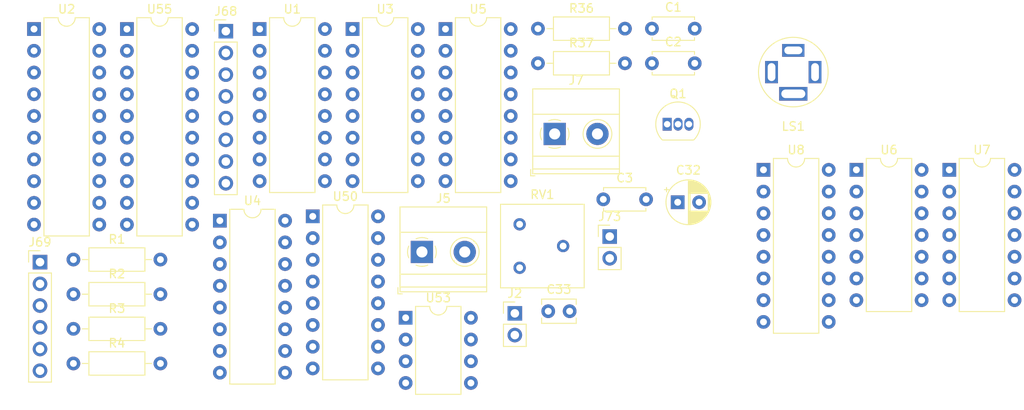
<source format=kicad_pcb>
(kicad_pcb (version 20171130) (host pcbnew "(5.1.9-0-10_14)")

  (general
    (thickness 1.6)
    (drawings 0)
    (tracks 0)
    (zones 0)
    (modules 31)
    (nets 88)
  )

  (page A4)
  (layers
    (0 F.Cu signal)
    (1 In1.Cu signal hide)
    (2 In2.Cu signal hide)
    (31 B.Cu signal)
    (32 B.Adhes user)
    (33 F.Adhes user)
    (34 B.Paste user)
    (35 F.Paste user)
    (36 B.SilkS user)
    (37 F.SilkS user)
    (38 B.Mask user)
    (39 F.Mask user)
    (40 Dwgs.User user)
    (41 Cmts.User user)
    (42 Eco1.User user)
    (43 Eco2.User user)
    (44 Edge.Cuts user)
    (45 Margin user)
    (46 B.CrtYd user)
    (47 F.CrtYd user)
    (48 B.Fab user)
    (49 F.Fab user)
  )

  (setup
    (last_trace_width 0.25)
    (user_trace_width 0.5)
    (user_trace_width 0.75)
    (user_trace_width 1)
    (trace_clearance 0.2)
    (zone_clearance 0.508)
    (zone_45_only no)
    (trace_min 0.2)
    (via_size 0.8)
    (via_drill 0.4)
    (via_min_size 0.4)
    (via_min_drill 0.3)
    (uvia_size 0.3)
    (uvia_drill 0.1)
    (uvias_allowed no)
    (uvia_min_size 0.2)
    (uvia_min_drill 0.1)
    (edge_width 0.05)
    (segment_width 0.2)
    (pcb_text_width 0.3)
    (pcb_text_size 1.5 1.5)
    (mod_edge_width 0.12)
    (mod_text_size 1 1)
    (mod_text_width 0.15)
    (pad_size 1.524 1.524)
    (pad_drill 0.762)
    (pad_to_mask_clearance 0)
    (aux_axis_origin 0 0)
    (visible_elements FFFFFF7F)
    (pcbplotparams
      (layerselection 0x010fc_ffffffff)
      (usegerberextensions false)
      (usegerberattributes true)
      (usegerberadvancedattributes true)
      (creategerberjobfile true)
      (excludeedgelayer true)
      (linewidth 0.100000)
      (plotframeref false)
      (viasonmask false)
      (mode 1)
      (useauxorigin false)
      (hpglpennumber 1)
      (hpglpenspeed 20)
      (hpglpendiameter 15.000000)
      (psnegative false)
      (psa4output false)
      (plotreference true)
      (plotvalue true)
      (plotinvisibletext false)
      (padsonsilk false)
      (subtractmaskfromsilk false)
      (outputformat 1)
      (mirror false)
      (drillshape 1)
      (scaleselection 1)
      (outputdirectory ""))
  )

  (net 0 "")
  (net 1 SQUARE_OUT)
  (net 2 "Net-(C1-Pad1)")
  (net 3 "Net-(C2-Pad2)")
  (net 4 GND)
  (net 5 "Net-(C3-Pad1)")
  (net 6 VCC)
  (net 7 "Net-(C33-Pad2)")
  (net 8 SPEAKER)
  (net 9 "Net-(J7-Pad1)")
  (net 10 BUS_00)
  (net 11 BUS_01)
  (net 12 BUS_02)
  (net 13 BUS_03)
  (net 14 BUS_04)
  (net 15 BUS_05)
  (net 16 BUS_06)
  (net 17 BUS_07)
  (net 18 LATCH_NOTE)
  (net 19 LATCH_VOICE)
  (net 20 VOICE_IN_01)
  (net 21 VOICE_IN_00)
  (net 22 OCTAVE_00)
  (net 23 OCTAVE_01)
  (net 24 SAWTOOTH_OUT)
  (net 25 "Net-(R36-Pad2)")
  (net 26 "Net-(RV1-Pad1)")
  (net 27 "Net-(U1-Pad15)")
  (net 28 "Net-(U1-Pad7)")
  (net 29 "Net-(U1-Pad6)")
  (net 30 "Net-(U1-Pad13)")
  (net 31 "Net-(U1-Pad5)")
  (net 32 "Net-(U1-Pad12)")
  (net 33 "Net-(U1-Pad3)")
  (net 34 "Net-(U1-Pad10)")
  (net 35 "Net-(U1-Pad2)")
  (net 36 "Net-(U1-Pad9)")
  (net 37 "Net-(U1-Pad1)")
  (net 38 "Net-(U2-Pad19)")
  (net 39 "Net-(U2-Pad9)")
  (net 40 "Net-(U2-Pad18)")
  (net 41 "Net-(U2-Pad8)")
  (net 42 "Net-(U2-Pad17)")
  (net 43 "Net-(U2-Pad7)")
  (net 44 "Net-(U2-Pad16)")
  (net 45 "Net-(U2-Pad6)")
  (net 46 "Net-(U2-Pad15)")
  (net 47 VOICE_00)
  (net 48 "Net-(U2-Pad14)")
  (net 49 "Net-(U2-Pad13)")
  (net 50 "Net-(U2-Pad12)")
  (net 51 VOICE_01)
  (net 52 "Net-(U3-Pad7)")
  (net 53 "Net-(U3-Pad6)")
  (net 54 "Net-(U3-Pad12)")
  (net 55 "Net-(U3-Pad4)")
  (net 56 "Net-(U3-Pad3)")
  (net 57 "Net-(U3-Pad2)")
  (net 58 "Net-(U4-Pad15)")
  (net 59 "Net-(U4-Pad7)")
  (net 60 "Net-(U4-Pad6)")
  (net 61 "Net-(U4-Pad12)")
  (net 62 "Net-(U4-Pad4)")
  (net 63 "Net-(U4-Pad3)")
  (net 64 "Net-(U4-Pad10)")
  (net 65 "Net-(U4-Pad2)")
  (net 66 "Net-(U4-Pad9)")
  (net 67 "Net-(U4-Pad1)")
  (net 68 "Net-(U5-Pad15)")
  (net 69 "Net-(U5-Pad7)")
  (net 70 "Net-(U5-Pad6)")
  (net 71 "Net-(U5-Pad12)")
  (net 72 "Net-(U5-Pad4)")
  (net 73 "Net-(U5-Pad3)")
  (net 74 "Net-(U5-Pad10)")
  (net 75 "Net-(U5-Pad2)")
  (net 76 "Net-(U5-Pad9)")
  (net 77 "Net-(U5-Pad1)")
  (net 78 "Net-(U50-Pad5)")
  (net 79 "Net-(U50-Pad4)")
  (net 80 "Net-(U50-Pad3)")
  (net 81 "Net-(U50-Pad2)")
  (net 82 "Net-(U50-Pad1)")
  (net 83 "Net-(U6-Pad4)")
  (net 84 "Net-(U6-Pad2)")
  (net 85 "Net-(U7-Pad6)")
  (net 86 "Net-(U7-Pad10)")
  (net 87 "Net-(U7-Pad9)")

  (net_class Default "This is the default net class."
    (clearance 0.2)
    (trace_width 0.25)
    (via_dia 0.8)
    (via_drill 0.4)
    (uvia_dia 0.3)
    (uvia_drill 0.1)
    (add_net BUS_00)
    (add_net BUS_01)
    (add_net BUS_02)
    (add_net BUS_03)
    (add_net BUS_04)
    (add_net BUS_05)
    (add_net BUS_06)
    (add_net BUS_07)
    (add_net GND)
    (add_net LATCH_NOTE)
    (add_net LATCH_VOICE)
    (add_net "Net-(C1-Pad1)")
    (add_net "Net-(C2-Pad2)")
    (add_net "Net-(C3-Pad1)")
    (add_net "Net-(C33-Pad2)")
    (add_net "Net-(J7-Pad1)")
    (add_net "Net-(R36-Pad2)")
    (add_net "Net-(RV1-Pad1)")
    (add_net "Net-(U1-Pad1)")
    (add_net "Net-(U1-Pad10)")
    (add_net "Net-(U1-Pad12)")
    (add_net "Net-(U1-Pad13)")
    (add_net "Net-(U1-Pad15)")
    (add_net "Net-(U1-Pad2)")
    (add_net "Net-(U1-Pad3)")
    (add_net "Net-(U1-Pad5)")
    (add_net "Net-(U1-Pad6)")
    (add_net "Net-(U1-Pad7)")
    (add_net "Net-(U1-Pad9)")
    (add_net "Net-(U2-Pad12)")
    (add_net "Net-(U2-Pad13)")
    (add_net "Net-(U2-Pad14)")
    (add_net "Net-(U2-Pad15)")
    (add_net "Net-(U2-Pad16)")
    (add_net "Net-(U2-Pad17)")
    (add_net "Net-(U2-Pad18)")
    (add_net "Net-(U2-Pad19)")
    (add_net "Net-(U2-Pad6)")
    (add_net "Net-(U2-Pad7)")
    (add_net "Net-(U2-Pad8)")
    (add_net "Net-(U2-Pad9)")
    (add_net "Net-(U3-Pad12)")
    (add_net "Net-(U3-Pad2)")
    (add_net "Net-(U3-Pad3)")
    (add_net "Net-(U3-Pad4)")
    (add_net "Net-(U3-Pad6)")
    (add_net "Net-(U3-Pad7)")
    (add_net "Net-(U4-Pad1)")
    (add_net "Net-(U4-Pad10)")
    (add_net "Net-(U4-Pad12)")
    (add_net "Net-(U4-Pad15)")
    (add_net "Net-(U4-Pad2)")
    (add_net "Net-(U4-Pad3)")
    (add_net "Net-(U4-Pad4)")
    (add_net "Net-(U4-Pad6)")
    (add_net "Net-(U4-Pad7)")
    (add_net "Net-(U4-Pad9)")
    (add_net "Net-(U5-Pad1)")
    (add_net "Net-(U5-Pad10)")
    (add_net "Net-(U5-Pad12)")
    (add_net "Net-(U5-Pad15)")
    (add_net "Net-(U5-Pad2)")
    (add_net "Net-(U5-Pad3)")
    (add_net "Net-(U5-Pad4)")
    (add_net "Net-(U5-Pad6)")
    (add_net "Net-(U5-Pad7)")
    (add_net "Net-(U5-Pad9)")
    (add_net "Net-(U50-Pad1)")
    (add_net "Net-(U50-Pad2)")
    (add_net "Net-(U50-Pad3)")
    (add_net "Net-(U50-Pad4)")
    (add_net "Net-(U50-Pad5)")
    (add_net "Net-(U6-Pad2)")
    (add_net "Net-(U6-Pad4)")
    (add_net "Net-(U7-Pad10)")
    (add_net "Net-(U7-Pad6)")
    (add_net "Net-(U7-Pad9)")
    (add_net OCTAVE_00)
    (add_net OCTAVE_01)
    (add_net SAWTOOTH_OUT)
    (add_net SPEAKER)
    (add_net SQUARE_OUT)
    (add_net VCC)
    (add_net VOICE_00)
    (add_net VOICE_01)
    (add_net VOICE_IN_00)
    (add_net VOICE_IN_01)
  )

  (module Package_TO_SOT_THT:TO-92_Inline (layer F.Cu) (tedit 5A1DD157) (tstamp 60D5399F)
    (at 174.752 88.646)
    (descr "TO-92 leads in-line, narrow, oval pads, drill 0.75mm (see NXP sot054_po.pdf)")
    (tags "to-92 sc-43 sc-43a sot54 PA33 transistor")
    (path /60E0A191)
    (fp_text reference Q1 (at 1.27 -3.56) (layer F.SilkS)
      (effects (font (size 1 1) (thickness 0.15)))
    )
    (fp_text value PN2222A (at 1.27 2.79) (layer F.Fab)
      (effects (font (size 1 1) (thickness 0.15)))
    )
    (fp_arc (start 1.27 0) (end 1.27 -2.6) (angle 135) (layer F.SilkS) (width 0.12))
    (fp_arc (start 1.27 0) (end 1.27 -2.48) (angle -135) (layer F.Fab) (width 0.1))
    (fp_arc (start 1.27 0) (end 1.27 -2.6) (angle -135) (layer F.SilkS) (width 0.12))
    (fp_arc (start 1.27 0) (end 1.27 -2.48) (angle 135) (layer F.Fab) (width 0.1))
    (fp_text user %R (at 1.27 0) (layer F.Fab)
      (effects (font (size 1 1) (thickness 0.15)))
    )
    (fp_line (start -0.53 1.85) (end 3.07 1.85) (layer F.SilkS) (width 0.12))
    (fp_line (start -0.5 1.75) (end 3 1.75) (layer F.Fab) (width 0.1))
    (fp_line (start -1.46 -2.73) (end 4 -2.73) (layer F.CrtYd) (width 0.05))
    (fp_line (start -1.46 -2.73) (end -1.46 2.01) (layer F.CrtYd) (width 0.05))
    (fp_line (start 4 2.01) (end 4 -2.73) (layer F.CrtYd) (width 0.05))
    (fp_line (start 4 2.01) (end -1.46 2.01) (layer F.CrtYd) (width 0.05))
    (pad 1 thru_hole rect (at 0 0) (size 1.05 1.5) (drill 0.75) (layers *.Cu *.Mask)
      (net 4 GND))
    (pad 3 thru_hole oval (at 2.54 0) (size 1.05 1.5) (drill 0.75) (layers *.Cu *.Mask)
      (net 24 SAWTOOTH_OUT))
    (pad 2 thru_hole oval (at 1.27 0) (size 1.05 1.5) (drill 0.75) (layers *.Cu *.Mask)
      (net 2 "Net-(C1-Pad1)"))
    (model ${KISYS3DMOD}/Package_TO_SOT_THT.3dshapes/TO-92_Inline.wrl
      (at (xyz 0 0 0))
      (scale (xyz 1 1 1))
      (rotate (xyz 0 0 0))
    )
  )

  (module 8-bit-computer:3.5mm_Audio_Jack_PJ31640M (layer F.Cu) (tedit 609C1C33) (tstamp 60D50881)
    (at 189.484 82.55)
    (descr https://www.jameco.com/Jameco/Products/ProdDS/2201607.pdf)
    (path /60A35542)
    (fp_text reference LS1 (at 0 6.35) (layer F.SilkS)
      (effects (font (size 1 1) (thickness 0.15)))
    )
    (fp_text value Speaker (at 0 -6.985) (layer F.Fab)
      (effects (font (size 1 1) (thickness 0.15)))
    )
    (fp_circle (center 0 0) (end 2.54 3.175) (layer F.SilkS) (width 0.12))
    (fp_circle (center 0 0) (end 2.54 4.445) (layer F.CrtYd) (width 0.12))
    (pad S thru_hole rect (at 0 -2.54 90) (size 1.5 2.6) (drill oval 0.9 2.1) (layers *.Cu *.Mask)
      (net 8 SPEAKER))
    (pad R2 thru_hole rect (at 0 2.54 90) (size 1.6 3.3) (drill oval 1 2.8) (layers *.Cu *.Mask)
      (net 9 "Net-(J7-Pad1)"))
    (pad T thru_hole rect (at -2.54 0 180) (size 1.5 2.6) (drill oval 0.9 2.1) (layers *.Cu *.Mask)
      (net 8 SPEAKER))
    (pad R1 thru_hole rect (at 2.54 0 180) (size 1.5 2.6) (drill oval 0.9 2.1) (layers *.Cu *.Mask)
      (net 9 "Net-(J7-Pad1)"))
    (model /Users/stephenyoung/Documents/8-bit-computer/KICAD_LIBRARIES/8-bit-diy-computer.pretty/3.5mm_Audio_Jack_PJ31640M.kicad_mod.step
      (at (xyz 0 0 0))
      (scale (xyz 1 1 1))
      (rotate (xyz -90 0 0))
    )
  )

  (module Package_DIP:DIP-16_W7.62mm (layer F.Cu) (tedit 5A02E8C5) (tstamp 60D4AB00)
    (at 186 93.98)
    (descr "16-lead though-hole mounted DIP package, row spacing 7.62 mm (300 mils)")
    (tags "THT DIP DIL PDIP 2.54mm 7.62mm 300mil")
    (path /60F056CC)
    (fp_text reference U8 (at 3.81 -2.33) (layer F.SilkS)
      (effects (font (size 1 1) (thickness 0.15)))
    )
    (fp_text value 4072 (at 3.81 20.11) (layer F.Fab)
      (effects (font (size 1 1) (thickness 0.15)))
    )
    (fp_text user %R (at 3.81 8.89) (layer F.Fab)
      (effects (font (size 1 1) (thickness 0.15)))
    )
    (fp_arc (start 3.81 -1.33) (end 2.81 -1.33) (angle -180) (layer F.SilkS) (width 0.12))
    (fp_line (start 1.635 -1.27) (end 6.985 -1.27) (layer F.Fab) (width 0.1))
    (fp_line (start 6.985 -1.27) (end 6.985 19.05) (layer F.Fab) (width 0.1))
    (fp_line (start 6.985 19.05) (end 0.635 19.05) (layer F.Fab) (width 0.1))
    (fp_line (start 0.635 19.05) (end 0.635 -0.27) (layer F.Fab) (width 0.1))
    (fp_line (start 0.635 -0.27) (end 1.635 -1.27) (layer F.Fab) (width 0.1))
    (fp_line (start 2.81 -1.33) (end 1.16 -1.33) (layer F.SilkS) (width 0.12))
    (fp_line (start 1.16 -1.33) (end 1.16 19.11) (layer F.SilkS) (width 0.12))
    (fp_line (start 1.16 19.11) (end 6.46 19.11) (layer F.SilkS) (width 0.12))
    (fp_line (start 6.46 19.11) (end 6.46 -1.33) (layer F.SilkS) (width 0.12))
    (fp_line (start 6.46 -1.33) (end 4.81 -1.33) (layer F.SilkS) (width 0.12))
    (fp_line (start -1.1 -1.55) (end -1.1 19.3) (layer F.CrtYd) (width 0.05))
    (fp_line (start -1.1 19.3) (end 8.7 19.3) (layer F.CrtYd) (width 0.05))
    (fp_line (start 8.7 19.3) (end 8.7 -1.55) (layer F.CrtYd) (width 0.05))
    (fp_line (start 8.7 -1.55) (end -1.1 -1.55) (layer F.CrtYd) (width 0.05))
    (pad 16 thru_hole oval (at 7.62 0) (size 1.6 1.6) (drill 0.8) (layers *.Cu *.Mask))
    (pad 8 thru_hole oval (at 0 17.78) (size 1.6 1.6) (drill 0.8) (layers *.Cu *.Mask))
    (pad 15 thru_hole oval (at 7.62 2.54) (size 1.6 1.6) (drill 0.8) (layers *.Cu *.Mask))
    (pad 7 thru_hole oval (at 0 15.24) (size 1.6 1.6) (drill 0.8) (layers *.Cu *.Mask)
      (net 4 GND))
    (pad 14 thru_hole oval (at 7.62 5.08) (size 1.6 1.6) (drill 0.8) (layers *.Cu *.Mask)
      (net 6 VCC))
    (pad 6 thru_hole oval (at 0 12.7) (size 1.6 1.6) (drill 0.8) (layers *.Cu *.Mask))
    (pad 13 thru_hole oval (at 7.62 7.62) (size 1.6 1.6) (drill 0.8) (layers *.Cu *.Mask))
    (pad 5 thru_hole oval (at 0 10.16) (size 1.6 1.6) (drill 0.8) (layers *.Cu *.Mask)
      (net 4 GND))
    (pad 12 thru_hole oval (at 7.62 10.16) (size 1.6 1.6) (drill 0.8) (layers *.Cu *.Mask))
    (pad 4 thru_hole oval (at 0 7.62) (size 1.6 1.6) (drill 0.8) (layers *.Cu *.Mask)
      (net 86 "Net-(U7-Pad10)"))
    (pad 11 thru_hole oval (at 7.62 12.7) (size 1.6 1.6) (drill 0.8) (layers *.Cu *.Mask))
    (pad 3 thru_hole oval (at 0 5.08) (size 1.6 1.6) (drill 0.8) (layers *.Cu *.Mask)
      (net 85 "Net-(U7-Pad6)"))
    (pad 10 thru_hole oval (at 7.62 15.24) (size 1.6 1.6) (drill 0.8) (layers *.Cu *.Mask))
    (pad 2 thru_hole oval (at 0 2.54) (size 1.6 1.6) (drill 0.8) (layers *.Cu *.Mask)
      (net 87 "Net-(U7-Pad9)"))
    (pad 9 thru_hole oval (at 7.62 17.78) (size 1.6 1.6) (drill 0.8) (layers *.Cu *.Mask))
    (pad 1 thru_hole rect (at 0 0) (size 1.6 1.6) (drill 0.8) (layers *.Cu *.Mask)
      (net 8 SPEAKER))
    (model ${KISYS3DMOD}/Package_DIP.3dshapes/DIP-16_W7.62mm.wrl
      (at (xyz 0 0 0))
      (scale (xyz 1 1 1))
      (rotate (xyz 0 0 0))
    )
  )

  (module Package_DIP:DIP-14_W7.62mm (layer F.Cu) (tedit 5A02E8C5) (tstamp 60D50D49)
    (at 207.7 93.98)
    (descr "14-lead though-hole mounted DIP package, row spacing 7.62 mm (300 mils)")
    (tags "THT DIP DIL PDIP 2.54mm 7.62mm 300mil")
    (path /60EEE2AA)
    (fp_text reference U7 (at 3.81 -2.33) (layer F.SilkS)
      (effects (font (size 1 1) (thickness 0.15)))
    )
    (fp_text value 4073 (at 3.81 17.57) (layer F.Fab)
      (effects (font (size 1 1) (thickness 0.15)))
    )
    (fp_text user %R (at 3.81 7.62) (layer F.Fab)
      (effects (font (size 1 1) (thickness 0.15)))
    )
    (fp_arc (start 3.81 -1.33) (end 2.81 -1.33) (angle -180) (layer F.SilkS) (width 0.12))
    (fp_line (start 1.635 -1.27) (end 6.985 -1.27) (layer F.Fab) (width 0.1))
    (fp_line (start 6.985 -1.27) (end 6.985 16.51) (layer F.Fab) (width 0.1))
    (fp_line (start 6.985 16.51) (end 0.635 16.51) (layer F.Fab) (width 0.1))
    (fp_line (start 0.635 16.51) (end 0.635 -0.27) (layer F.Fab) (width 0.1))
    (fp_line (start 0.635 -0.27) (end 1.635 -1.27) (layer F.Fab) (width 0.1))
    (fp_line (start 2.81 -1.33) (end 1.16 -1.33) (layer F.SilkS) (width 0.12))
    (fp_line (start 1.16 -1.33) (end 1.16 16.57) (layer F.SilkS) (width 0.12))
    (fp_line (start 1.16 16.57) (end 6.46 16.57) (layer F.SilkS) (width 0.12))
    (fp_line (start 6.46 16.57) (end 6.46 -1.33) (layer F.SilkS) (width 0.12))
    (fp_line (start 6.46 -1.33) (end 4.81 -1.33) (layer F.SilkS) (width 0.12))
    (fp_line (start -1.1 -1.55) (end -1.1 16.8) (layer F.CrtYd) (width 0.05))
    (fp_line (start -1.1 16.8) (end 8.7 16.8) (layer F.CrtYd) (width 0.05))
    (fp_line (start 8.7 16.8) (end 8.7 -1.55) (layer F.CrtYd) (width 0.05))
    (fp_line (start 8.7 -1.55) (end -1.1 -1.55) (layer F.CrtYd) (width 0.05))
    (pad 14 thru_hole oval (at 7.62 0) (size 1.6 1.6) (drill 0.8) (layers *.Cu *.Mask)
      (net 6 VCC))
    (pad 7 thru_hole oval (at 0 15.24) (size 1.6 1.6) (drill 0.8) (layers *.Cu *.Mask)
      (net 4 GND))
    (pad 13 thru_hole oval (at 7.62 2.54) (size 1.6 1.6) (drill 0.8) (layers *.Cu *.Mask)
      (net 24 SAWTOOTH_OUT))
    (pad 6 thru_hole oval (at 0 12.7) (size 1.6 1.6) (drill 0.8) (layers *.Cu *.Mask)
      (net 85 "Net-(U7-Pad6)"))
    (pad 12 thru_hole oval (at 7.62 5.08) (size 1.6 1.6) (drill 0.8) (layers *.Cu *.Mask)
      (net 51 VOICE_01))
    (pad 5 thru_hole oval (at 0 10.16) (size 1.6 1.6) (drill 0.8) (layers *.Cu *.Mask)
      (net 5 "Net-(C3-Pad1)"))
    (pad 11 thru_hole oval (at 7.62 7.62) (size 1.6 1.6) (drill 0.8) (layers *.Cu *.Mask)
      (net 84 "Net-(U6-Pad2)"))
    (pad 4 thru_hole oval (at 0 7.62) (size 1.6 1.6) (drill 0.8) (layers *.Cu *.Mask)
      (net 83 "Net-(U6-Pad4)"))
    (pad 10 thru_hole oval (at 7.62 10.16) (size 1.6 1.6) (drill 0.8) (layers *.Cu *.Mask)
      (net 86 "Net-(U7-Pad10)"))
    (pad 3 thru_hole oval (at 0 5.08) (size 1.6 1.6) (drill 0.8) (layers *.Cu *.Mask)
      (net 47 VOICE_00))
    (pad 9 thru_hole oval (at 7.62 12.7) (size 1.6 1.6) (drill 0.8) (layers *.Cu *.Mask)
      (net 87 "Net-(U7-Pad9)"))
    (pad 2 thru_hole oval (at 0 2.54) (size 1.6 1.6) (drill 0.8) (layers *.Cu *.Mask)
      (net 83 "Net-(U6-Pad4)"))
    (pad 8 thru_hole oval (at 7.62 15.24) (size 1.6 1.6) (drill 0.8) (layers *.Cu *.Mask)
      (net 1 SQUARE_OUT))
    (pad 1 thru_hole rect (at 0 0) (size 1.6 1.6) (drill 0.8) (layers *.Cu *.Mask)
      (net 84 "Net-(U6-Pad2)"))
    (model ${KISYS3DMOD}/Package_DIP.3dshapes/DIP-14_W7.62mm.wrl
      (at (xyz 0 0 0))
      (scale (xyz 1 1 1))
      (rotate (xyz 0 0 0))
    )
  )

  (module Package_DIP:DIP-14_W7.62mm (layer F.Cu) (tedit 5A02E8C5) (tstamp 60D4AABA)
    (at 196.85 93.98)
    (descr "14-lead though-hole mounted DIP package, row spacing 7.62 mm (300 mils)")
    (tags "THT DIP DIL PDIP 2.54mm 7.62mm 300mil")
    (path /60EE84A9)
    (fp_text reference U6 (at 3.81 -2.33) (layer F.SilkS)
      (effects (font (size 1 1) (thickness 0.15)))
    )
    (fp_text value 74LS04 (at 3.81 17.57) (layer F.Fab)
      (effects (font (size 1 1) (thickness 0.15)))
    )
    (fp_text user %R (at 3.81 7.62) (layer F.Fab)
      (effects (font (size 1 1) (thickness 0.15)))
    )
    (fp_arc (start 3.81 -1.33) (end 2.81 -1.33) (angle -180) (layer F.SilkS) (width 0.12))
    (fp_line (start 1.635 -1.27) (end 6.985 -1.27) (layer F.Fab) (width 0.1))
    (fp_line (start 6.985 -1.27) (end 6.985 16.51) (layer F.Fab) (width 0.1))
    (fp_line (start 6.985 16.51) (end 0.635 16.51) (layer F.Fab) (width 0.1))
    (fp_line (start 0.635 16.51) (end 0.635 -0.27) (layer F.Fab) (width 0.1))
    (fp_line (start 0.635 -0.27) (end 1.635 -1.27) (layer F.Fab) (width 0.1))
    (fp_line (start 2.81 -1.33) (end 1.16 -1.33) (layer F.SilkS) (width 0.12))
    (fp_line (start 1.16 -1.33) (end 1.16 16.57) (layer F.SilkS) (width 0.12))
    (fp_line (start 1.16 16.57) (end 6.46 16.57) (layer F.SilkS) (width 0.12))
    (fp_line (start 6.46 16.57) (end 6.46 -1.33) (layer F.SilkS) (width 0.12))
    (fp_line (start 6.46 -1.33) (end 4.81 -1.33) (layer F.SilkS) (width 0.12))
    (fp_line (start -1.1 -1.55) (end -1.1 16.8) (layer F.CrtYd) (width 0.05))
    (fp_line (start -1.1 16.8) (end 8.7 16.8) (layer F.CrtYd) (width 0.05))
    (fp_line (start 8.7 16.8) (end 8.7 -1.55) (layer F.CrtYd) (width 0.05))
    (fp_line (start 8.7 -1.55) (end -1.1 -1.55) (layer F.CrtYd) (width 0.05))
    (pad 14 thru_hole oval (at 7.62 0) (size 1.6 1.6) (drill 0.8) (layers *.Cu *.Mask)
      (net 6 VCC))
    (pad 7 thru_hole oval (at 0 15.24) (size 1.6 1.6) (drill 0.8) (layers *.Cu *.Mask)
      (net 4 GND))
    (pad 13 thru_hole oval (at 7.62 2.54) (size 1.6 1.6) (drill 0.8) (layers *.Cu *.Mask))
    (pad 6 thru_hole oval (at 0 12.7) (size 1.6 1.6) (drill 0.8) (layers *.Cu *.Mask))
    (pad 12 thru_hole oval (at 7.62 5.08) (size 1.6 1.6) (drill 0.8) (layers *.Cu *.Mask))
    (pad 5 thru_hole oval (at 0 10.16) (size 1.6 1.6) (drill 0.8) (layers *.Cu *.Mask))
    (pad 11 thru_hole oval (at 7.62 7.62) (size 1.6 1.6) (drill 0.8) (layers *.Cu *.Mask))
    (pad 4 thru_hole oval (at 0 7.62) (size 1.6 1.6) (drill 0.8) (layers *.Cu *.Mask)
      (net 83 "Net-(U6-Pad4)"))
    (pad 10 thru_hole oval (at 7.62 10.16) (size 1.6 1.6) (drill 0.8) (layers *.Cu *.Mask))
    (pad 3 thru_hole oval (at 0 5.08) (size 1.6 1.6) (drill 0.8) (layers *.Cu *.Mask)
      (net 51 VOICE_01))
    (pad 9 thru_hole oval (at 7.62 12.7) (size 1.6 1.6) (drill 0.8) (layers *.Cu *.Mask))
    (pad 2 thru_hole oval (at 0 2.54) (size 1.6 1.6) (drill 0.8) (layers *.Cu *.Mask)
      (net 84 "Net-(U6-Pad2)"))
    (pad 8 thru_hole oval (at 7.62 15.24) (size 1.6 1.6) (drill 0.8) (layers *.Cu *.Mask))
    (pad 1 thru_hole rect (at 0 0) (size 1.6 1.6) (drill 0.8) (layers *.Cu *.Mask)
      (net 47 VOICE_00))
    (model ${KISYS3DMOD}/Package_DIP.3dshapes/DIP-14_W7.62mm.wrl
      (at (xyz 0 0 0))
      (scale (xyz 1 1 1))
      (rotate (xyz 0 0 0))
    )
  )

  (module Package_DIP:DIP-20_W7.62mm (layer F.Cu) (tedit 5A02E8C5) (tstamp 60D499F6)
    (at 111.664 77.52)
    (descr "20-lead though-hole mounted DIP package, row spacing 7.62 mm (300 mils)")
    (tags "THT DIP DIL PDIP 2.54mm 7.62mm 300mil")
    (path /61AB1A8F)
    (fp_text reference U55 (at 3.81 -2.33) (layer F.SilkS)
      (effects (font (size 1 1) (thickness 0.15)))
    )
    (fp_text value 74LS273 (at 3.81 25.19) (layer F.Fab)
      (effects (font (size 1 1) (thickness 0.15)))
    )
    (fp_text user %R (at 3.81 11.43) (layer F.Fab)
      (effects (font (size 1 1) (thickness 0.15)))
    )
    (fp_arc (start 3.81 -1.33) (end 2.81 -1.33) (angle -180) (layer F.SilkS) (width 0.12))
    (fp_line (start 1.635 -1.27) (end 6.985 -1.27) (layer F.Fab) (width 0.1))
    (fp_line (start 6.985 -1.27) (end 6.985 24.13) (layer F.Fab) (width 0.1))
    (fp_line (start 6.985 24.13) (end 0.635 24.13) (layer F.Fab) (width 0.1))
    (fp_line (start 0.635 24.13) (end 0.635 -0.27) (layer F.Fab) (width 0.1))
    (fp_line (start 0.635 -0.27) (end 1.635 -1.27) (layer F.Fab) (width 0.1))
    (fp_line (start 2.81 -1.33) (end 1.16 -1.33) (layer F.SilkS) (width 0.12))
    (fp_line (start 1.16 -1.33) (end 1.16 24.19) (layer F.SilkS) (width 0.12))
    (fp_line (start 1.16 24.19) (end 6.46 24.19) (layer F.SilkS) (width 0.12))
    (fp_line (start 6.46 24.19) (end 6.46 -1.33) (layer F.SilkS) (width 0.12))
    (fp_line (start 6.46 -1.33) (end 4.81 -1.33) (layer F.SilkS) (width 0.12))
    (fp_line (start -1.1 -1.55) (end -1.1 24.4) (layer F.CrtYd) (width 0.05))
    (fp_line (start -1.1 24.4) (end 8.7 24.4) (layer F.CrtYd) (width 0.05))
    (fp_line (start 8.7 24.4) (end 8.7 -1.55) (layer F.CrtYd) (width 0.05))
    (fp_line (start 8.7 -1.55) (end -1.1 -1.55) (layer F.CrtYd) (width 0.05))
    (pad 20 thru_hole oval (at 7.62 0) (size 1.6 1.6) (drill 0.8) (layers *.Cu *.Mask)
      (net 6 VCC))
    (pad 10 thru_hole oval (at 0 22.86) (size 1.6 1.6) (drill 0.8) (layers *.Cu *.Mask)
      (net 4 GND))
    (pad 19 thru_hole oval (at 7.62 2.54) (size 1.6 1.6) (drill 0.8) (layers *.Cu *.Mask)
      (net 66 "Net-(U4-Pad9)"))
    (pad 9 thru_hole oval (at 0 20.32) (size 1.6 1.6) (drill 0.8) (layers *.Cu *.Mask)
      (net 76 "Net-(U5-Pad9)"))
    (pad 18 thru_hole oval (at 7.62 5.08) (size 1.6 1.6) (drill 0.8) (layers *.Cu *.Mask)
      (net 17 BUS_07))
    (pad 8 thru_hole oval (at 0 17.78) (size 1.6 1.6) (drill 0.8) (layers *.Cu *.Mask)
      (net 13 BUS_03))
    (pad 17 thru_hole oval (at 7.62 7.62) (size 1.6 1.6) (drill 0.8) (layers *.Cu *.Mask)
      (net 16 BUS_06))
    (pad 7 thru_hole oval (at 0 15.24) (size 1.6 1.6) (drill 0.8) (layers *.Cu *.Mask)
      (net 12 BUS_02))
    (pad 16 thru_hole oval (at 7.62 10.16) (size 1.6 1.6) (drill 0.8) (layers *.Cu *.Mask)
      (net 64 "Net-(U4-Pad10)"))
    (pad 6 thru_hole oval (at 0 12.7) (size 1.6 1.6) (drill 0.8) (layers *.Cu *.Mask)
      (net 74 "Net-(U5-Pad10)"))
    (pad 15 thru_hole oval (at 7.62 12.7) (size 1.6 1.6) (drill 0.8) (layers *.Cu *.Mask)
      (net 67 "Net-(U4-Pad1)"))
    (pad 5 thru_hole oval (at 0 10.16) (size 1.6 1.6) (drill 0.8) (layers *.Cu *.Mask)
      (net 77 "Net-(U5-Pad1)"))
    (pad 14 thru_hole oval (at 7.62 15.24) (size 1.6 1.6) (drill 0.8) (layers *.Cu *.Mask)
      (net 15 BUS_05))
    (pad 4 thru_hole oval (at 0 7.62) (size 1.6 1.6) (drill 0.8) (layers *.Cu *.Mask)
      (net 11 BUS_01))
    (pad 13 thru_hole oval (at 7.62 17.78) (size 1.6 1.6) (drill 0.8) (layers *.Cu *.Mask)
      (net 14 BUS_04))
    (pad 3 thru_hole oval (at 0 5.08) (size 1.6 1.6) (drill 0.8) (layers *.Cu *.Mask)
      (net 10 BUS_00))
    (pad 12 thru_hole oval (at 7.62 20.32) (size 1.6 1.6) (drill 0.8) (layers *.Cu *.Mask)
      (net 58 "Net-(U4-Pad15)"))
    (pad 2 thru_hole oval (at 0 2.54) (size 1.6 1.6) (drill 0.8) (layers *.Cu *.Mask)
      (net 68 "Net-(U5-Pad15)"))
    (pad 11 thru_hole oval (at 7.62 22.86) (size 1.6 1.6) (drill 0.8) (layers *.Cu *.Mask)
      (net 18 LATCH_NOTE))
    (pad 1 thru_hole rect (at 0 0) (size 1.6 1.6) (drill 0.8) (layers *.Cu *.Mask)
      (net 6 VCC))
    (model ${KISYS3DMOD}/Package_DIP.3dshapes/DIP-20_W7.62mm.wrl
      (at (xyz 0 0 0))
      (scale (xyz 1 1 1))
      (rotate (xyz 0 0 0))
    )
  )

  (module Package_DIP:DIP-8_W7.62mm (layer F.Cu) (tedit 5A02E8C5) (tstamp 60D499CE)
    (at 144.214 111.28)
    (descr "8-lead though-hole mounted DIP package, row spacing 7.62 mm (300 mils)")
    (tags "THT DIP DIL PDIP 2.54mm 7.62mm 300mil")
    (path /61D00960)
    (fp_text reference U53 (at 3.81 -2.33) (layer F.SilkS)
      (effects (font (size 1 1) (thickness 0.15)))
    )
    (fp_text value LM555xN (at 3.81 9.95) (layer F.Fab)
      (effects (font (size 1 1) (thickness 0.15)))
    )
    (fp_text user %R (at 3.81 3.81) (layer F.Fab)
      (effects (font (size 1 1) (thickness 0.15)))
    )
    (fp_arc (start 3.81 -1.33) (end 2.81 -1.33) (angle -180) (layer F.SilkS) (width 0.12))
    (fp_line (start 1.635 -1.27) (end 6.985 -1.27) (layer F.Fab) (width 0.1))
    (fp_line (start 6.985 -1.27) (end 6.985 8.89) (layer F.Fab) (width 0.1))
    (fp_line (start 6.985 8.89) (end 0.635 8.89) (layer F.Fab) (width 0.1))
    (fp_line (start 0.635 8.89) (end 0.635 -0.27) (layer F.Fab) (width 0.1))
    (fp_line (start 0.635 -0.27) (end 1.635 -1.27) (layer F.Fab) (width 0.1))
    (fp_line (start 2.81 -1.33) (end 1.16 -1.33) (layer F.SilkS) (width 0.12))
    (fp_line (start 1.16 -1.33) (end 1.16 8.95) (layer F.SilkS) (width 0.12))
    (fp_line (start 1.16 8.95) (end 6.46 8.95) (layer F.SilkS) (width 0.12))
    (fp_line (start 6.46 8.95) (end 6.46 -1.33) (layer F.SilkS) (width 0.12))
    (fp_line (start 6.46 -1.33) (end 4.81 -1.33) (layer F.SilkS) (width 0.12))
    (fp_line (start -1.1 -1.55) (end -1.1 9.15) (layer F.CrtYd) (width 0.05))
    (fp_line (start -1.1 9.15) (end 8.7 9.15) (layer F.CrtYd) (width 0.05))
    (fp_line (start 8.7 9.15) (end 8.7 -1.55) (layer F.CrtYd) (width 0.05))
    (fp_line (start 8.7 -1.55) (end -1.1 -1.55) (layer F.CrtYd) (width 0.05))
    (pad 8 thru_hole oval (at 7.62 0) (size 1.6 1.6) (drill 0.8) (layers *.Cu *.Mask)
      (net 6 VCC))
    (pad 4 thru_hole oval (at 0 7.62) (size 1.6 1.6) (drill 0.8) (layers *.Cu *.Mask)
      (net 6 VCC))
    (pad 7 thru_hole oval (at 7.62 2.54) (size 1.6 1.6) (drill 0.8) (layers *.Cu *.Mask)
      (net 25 "Net-(R36-Pad2)"))
    (pad 3 thru_hole oval (at 0 5.08) (size 1.6 1.6) (drill 0.8) (layers *.Cu *.Mask)
      (net 72 "Net-(U5-Pad4)"))
    (pad 6 thru_hole oval (at 7.62 5.08) (size 1.6 1.6) (drill 0.8) (layers *.Cu *.Mask)
      (net 7 "Net-(C33-Pad2)"))
    (pad 2 thru_hole oval (at 0 2.54) (size 1.6 1.6) (drill 0.8) (layers *.Cu *.Mask)
      (net 7 "Net-(C33-Pad2)"))
    (pad 5 thru_hole oval (at 7.62 7.62) (size 1.6 1.6) (drill 0.8) (layers *.Cu *.Mask)
      (net 6 VCC))
    (pad 1 thru_hole rect (at 0 0) (size 1.6 1.6) (drill 0.8) (layers *.Cu *.Mask)
      (net 4 GND))
    (model ${KISYS3DMOD}/Package_DIP.3dshapes/DIP-8_W7.62mm.wrl
      (at (xyz 0 0 0))
      (scale (xyz 1 1 1))
      (rotate (xyz 0 0 0))
    )
  )

  (module Package_DIP:DIP-16_W7.62mm (layer F.Cu) (tedit 5A02E8C5) (tstamp 60D499B2)
    (at 133.364 99.42)
    (descr "16-lead though-hole mounted DIP package, row spacing 7.62 mm (300 mils)")
    (tags "THT DIP DIL PDIP 2.54mm 7.62mm 300mil")
    (path /61E57DDB)
    (fp_text reference U50 (at 3.81 -2.33) (layer F.SilkS)
      (effects (font (size 1 1) (thickness 0.15)))
    )
    (fp_text value CD4052B (at 3.81 20.11) (layer F.Fab)
      (effects (font (size 1 1) (thickness 0.15)))
    )
    (fp_text user %R (at 3.81 8.89) (layer F.Fab)
      (effects (font (size 1 1) (thickness 0.15)))
    )
    (fp_arc (start 3.81 -1.33) (end 2.81 -1.33) (angle -180) (layer F.SilkS) (width 0.12))
    (fp_line (start 1.635 -1.27) (end 6.985 -1.27) (layer F.Fab) (width 0.1))
    (fp_line (start 6.985 -1.27) (end 6.985 19.05) (layer F.Fab) (width 0.1))
    (fp_line (start 6.985 19.05) (end 0.635 19.05) (layer F.Fab) (width 0.1))
    (fp_line (start 0.635 19.05) (end 0.635 -0.27) (layer F.Fab) (width 0.1))
    (fp_line (start 0.635 -0.27) (end 1.635 -1.27) (layer F.Fab) (width 0.1))
    (fp_line (start 2.81 -1.33) (end 1.16 -1.33) (layer F.SilkS) (width 0.12))
    (fp_line (start 1.16 -1.33) (end 1.16 19.11) (layer F.SilkS) (width 0.12))
    (fp_line (start 1.16 19.11) (end 6.46 19.11) (layer F.SilkS) (width 0.12))
    (fp_line (start 6.46 19.11) (end 6.46 -1.33) (layer F.SilkS) (width 0.12))
    (fp_line (start 6.46 -1.33) (end 4.81 -1.33) (layer F.SilkS) (width 0.12))
    (fp_line (start -1.1 -1.55) (end -1.1 19.3) (layer F.CrtYd) (width 0.05))
    (fp_line (start -1.1 19.3) (end 8.7 19.3) (layer F.CrtYd) (width 0.05))
    (fp_line (start 8.7 19.3) (end 8.7 -1.55) (layer F.CrtYd) (width 0.05))
    (fp_line (start 8.7 -1.55) (end -1.1 -1.55) (layer F.CrtYd) (width 0.05))
    (pad 16 thru_hole oval (at 7.62 0) (size 1.6 1.6) (drill 0.8) (layers *.Cu *.Mask)
      (net 6 VCC))
    (pad 8 thru_hole oval (at 0 17.78) (size 1.6 1.6) (drill 0.8) (layers *.Cu *.Mask)
      (net 4 GND))
    (pad 15 thru_hole oval (at 7.62 2.54) (size 1.6 1.6) (drill 0.8) (layers *.Cu *.Mask)
      (net 35 "Net-(U1-Pad2)"))
    (pad 7 thru_hole oval (at 0 15.24) (size 1.6 1.6) (drill 0.8) (layers *.Cu *.Mask)
      (net 4 GND))
    (pad 14 thru_hole oval (at 7.62 5.08) (size 1.6 1.6) (drill 0.8) (layers *.Cu *.Mask)
      (net 29 "Net-(U1-Pad6)"))
    (pad 6 thru_hole oval (at 0 12.7) (size 1.6 1.6) (drill 0.8) (layers *.Cu *.Mask)
      (net 4 GND))
    (pad 13 thru_hole oval (at 7.62 7.62) (size 1.6 1.6) (drill 0.8) (layers *.Cu *.Mask)
      (net 1 SQUARE_OUT))
    (pad 5 thru_hole oval (at 0 10.16) (size 1.6 1.6) (drill 0.8) (layers *.Cu *.Mask)
      (net 78 "Net-(U50-Pad5)"))
    (pad 12 thru_hole oval (at 7.62 10.16) (size 1.6 1.6) (drill 0.8) (layers *.Cu *.Mask)
      (net 28 "Net-(U1-Pad7)"))
    (pad 4 thru_hole oval (at 0 7.62) (size 1.6 1.6) (drill 0.8) (layers *.Cu *.Mask)
      (net 79 "Net-(U50-Pad4)"))
    (pad 11 thru_hole oval (at 7.62 12.7) (size 1.6 1.6) (drill 0.8) (layers *.Cu *.Mask)
      (net 33 "Net-(U1-Pad3)"))
    (pad 3 thru_hole oval (at 0 5.08) (size 1.6 1.6) (drill 0.8) (layers *.Cu *.Mask)
      (net 80 "Net-(U50-Pad3)"))
    (pad 10 thru_hole oval (at 7.62 15.24) (size 1.6 1.6) (drill 0.8) (layers *.Cu *.Mask)
      (net 22 OCTAVE_00))
    (pad 2 thru_hole oval (at 0 2.54) (size 1.6 1.6) (drill 0.8) (layers *.Cu *.Mask)
      (net 81 "Net-(U50-Pad2)"))
    (pad 9 thru_hole oval (at 7.62 17.78) (size 1.6 1.6) (drill 0.8) (layers *.Cu *.Mask)
      (net 23 OCTAVE_01))
    (pad 1 thru_hole rect (at 0 0) (size 1.6 1.6) (drill 0.8) (layers *.Cu *.Mask)
      (net 82 "Net-(U50-Pad1)"))
    (model ${KISYS3DMOD}/Package_DIP.3dshapes/DIP-16_W7.62mm.wrl
      (at (xyz 0 0 0))
      (scale (xyz 1 1 1))
      (rotate (xyz 0 0 0))
    )
  )

  (module Package_DIP:DIP-16_W7.62mm (layer F.Cu) (tedit 5A02E8C5) (tstamp 60D4998E)
    (at 148.864 77.52)
    (descr "16-lead though-hole mounted DIP package, row spacing 7.62 mm (300 mils)")
    (tags "THT DIP DIL PDIP 2.54mm 7.62mm 300mil")
    (path /61887A91)
    (fp_text reference U5 (at 3.81 -2.33) (layer F.SilkS)
      (effects (font (size 1 1) (thickness 0.15)))
    )
    (fp_text value 74LS193 (at 3.81 20.11) (layer F.Fab)
      (effects (font (size 1 1) (thickness 0.15)))
    )
    (fp_text user %R (at 3.81 8.89) (layer F.Fab)
      (effects (font (size 1 1) (thickness 0.15)))
    )
    (fp_arc (start 3.81 -1.33) (end 2.81 -1.33) (angle -180) (layer F.SilkS) (width 0.12))
    (fp_line (start 1.635 -1.27) (end 6.985 -1.27) (layer F.Fab) (width 0.1))
    (fp_line (start 6.985 -1.27) (end 6.985 19.05) (layer F.Fab) (width 0.1))
    (fp_line (start 6.985 19.05) (end 0.635 19.05) (layer F.Fab) (width 0.1))
    (fp_line (start 0.635 19.05) (end 0.635 -0.27) (layer F.Fab) (width 0.1))
    (fp_line (start 0.635 -0.27) (end 1.635 -1.27) (layer F.Fab) (width 0.1))
    (fp_line (start 2.81 -1.33) (end 1.16 -1.33) (layer F.SilkS) (width 0.12))
    (fp_line (start 1.16 -1.33) (end 1.16 19.11) (layer F.SilkS) (width 0.12))
    (fp_line (start 1.16 19.11) (end 6.46 19.11) (layer F.SilkS) (width 0.12))
    (fp_line (start 6.46 19.11) (end 6.46 -1.33) (layer F.SilkS) (width 0.12))
    (fp_line (start 6.46 -1.33) (end 4.81 -1.33) (layer F.SilkS) (width 0.12))
    (fp_line (start -1.1 -1.55) (end -1.1 19.3) (layer F.CrtYd) (width 0.05))
    (fp_line (start -1.1 19.3) (end 8.7 19.3) (layer F.CrtYd) (width 0.05))
    (fp_line (start 8.7 19.3) (end 8.7 -1.55) (layer F.CrtYd) (width 0.05))
    (fp_line (start 8.7 -1.55) (end -1.1 -1.55) (layer F.CrtYd) (width 0.05))
    (pad 16 thru_hole oval (at 7.62 0) (size 1.6 1.6) (drill 0.8) (layers *.Cu *.Mask)
      (net 6 VCC))
    (pad 8 thru_hole oval (at 0 17.78) (size 1.6 1.6) (drill 0.8) (layers *.Cu *.Mask)
      (net 4 GND))
    (pad 15 thru_hole oval (at 7.62 2.54) (size 1.6 1.6) (drill 0.8) (layers *.Cu *.Mask)
      (net 68 "Net-(U5-Pad15)"))
    (pad 7 thru_hole oval (at 0 15.24) (size 1.6 1.6) (drill 0.8) (layers *.Cu *.Mask)
      (net 69 "Net-(U5-Pad7)"))
    (pad 14 thru_hole oval (at 7.62 5.08) (size 1.6 1.6) (drill 0.8) (layers *.Cu *.Mask)
      (net 4 GND))
    (pad 6 thru_hole oval (at 0 12.7) (size 1.6 1.6) (drill 0.8) (layers *.Cu *.Mask)
      (net 70 "Net-(U5-Pad6)"))
    (pad 13 thru_hole oval (at 7.62 7.62) (size 1.6 1.6) (drill 0.8) (layers *.Cu *.Mask)
      (net 62 "Net-(U4-Pad4)"))
    (pad 5 thru_hole oval (at 0 10.16) (size 1.6 1.6) (drill 0.8) (layers *.Cu *.Mask)
      (net 6 VCC))
    (pad 12 thru_hole oval (at 7.62 10.16) (size 1.6 1.6) (drill 0.8) (layers *.Cu *.Mask)
      (net 71 "Net-(U5-Pad12)"))
    (pad 4 thru_hole oval (at 0 7.62) (size 1.6 1.6) (drill 0.8) (layers *.Cu *.Mask)
      (net 72 "Net-(U5-Pad4)"))
    (pad 11 thru_hole oval (at 7.62 12.7) (size 1.6 1.6) (drill 0.8) (layers *.Cu *.Mask)
      (net 31 "Net-(U1-Pad5)"))
    (pad 3 thru_hole oval (at 0 5.08) (size 1.6 1.6) (drill 0.8) (layers *.Cu *.Mask)
      (net 73 "Net-(U5-Pad3)"))
    (pad 10 thru_hole oval (at 7.62 15.24) (size 1.6 1.6) (drill 0.8) (layers *.Cu *.Mask)
      (net 74 "Net-(U5-Pad10)"))
    (pad 2 thru_hole oval (at 0 2.54) (size 1.6 1.6) (drill 0.8) (layers *.Cu *.Mask)
      (net 75 "Net-(U5-Pad2)"))
    (pad 9 thru_hole oval (at 7.62 17.78) (size 1.6 1.6) (drill 0.8) (layers *.Cu *.Mask)
      (net 76 "Net-(U5-Pad9)"))
    (pad 1 thru_hole rect (at 0 0) (size 1.6 1.6) (drill 0.8) (layers *.Cu *.Mask)
      (net 77 "Net-(U5-Pad1)"))
    (model ${KISYS3DMOD}/Package_DIP.3dshapes/DIP-16_W7.62mm.wrl
      (at (xyz 0 0 0))
      (scale (xyz 1 1 1))
      (rotate (xyz 0 0 0))
    )
  )

  (module Package_DIP:DIP-16_W7.62mm (layer F.Cu) (tedit 5A02E8C5) (tstamp 60D4996A)
    (at 122.514 99.92)
    (descr "16-lead though-hole mounted DIP package, row spacing 7.62 mm (300 mils)")
    (tags "THT DIP DIL PDIP 2.54mm 7.62mm 300mil")
    (path /61887A8B)
    (fp_text reference U4 (at 3.81 -2.33) (layer F.SilkS)
      (effects (font (size 1 1) (thickness 0.15)))
    )
    (fp_text value 74LS193 (at 3.81 20.11) (layer F.Fab)
      (effects (font (size 1 1) (thickness 0.15)))
    )
    (fp_text user %R (at 3.81 8.89) (layer F.Fab)
      (effects (font (size 1 1) (thickness 0.15)))
    )
    (fp_arc (start 3.81 -1.33) (end 2.81 -1.33) (angle -180) (layer F.SilkS) (width 0.12))
    (fp_line (start 1.635 -1.27) (end 6.985 -1.27) (layer F.Fab) (width 0.1))
    (fp_line (start 6.985 -1.27) (end 6.985 19.05) (layer F.Fab) (width 0.1))
    (fp_line (start 6.985 19.05) (end 0.635 19.05) (layer F.Fab) (width 0.1))
    (fp_line (start 0.635 19.05) (end 0.635 -0.27) (layer F.Fab) (width 0.1))
    (fp_line (start 0.635 -0.27) (end 1.635 -1.27) (layer F.Fab) (width 0.1))
    (fp_line (start 2.81 -1.33) (end 1.16 -1.33) (layer F.SilkS) (width 0.12))
    (fp_line (start 1.16 -1.33) (end 1.16 19.11) (layer F.SilkS) (width 0.12))
    (fp_line (start 1.16 19.11) (end 6.46 19.11) (layer F.SilkS) (width 0.12))
    (fp_line (start 6.46 19.11) (end 6.46 -1.33) (layer F.SilkS) (width 0.12))
    (fp_line (start 6.46 -1.33) (end 4.81 -1.33) (layer F.SilkS) (width 0.12))
    (fp_line (start -1.1 -1.55) (end -1.1 19.3) (layer F.CrtYd) (width 0.05))
    (fp_line (start -1.1 19.3) (end 8.7 19.3) (layer F.CrtYd) (width 0.05))
    (fp_line (start 8.7 19.3) (end 8.7 -1.55) (layer F.CrtYd) (width 0.05))
    (fp_line (start 8.7 -1.55) (end -1.1 -1.55) (layer F.CrtYd) (width 0.05))
    (pad 16 thru_hole oval (at 7.62 0) (size 1.6 1.6) (drill 0.8) (layers *.Cu *.Mask)
      (net 6 VCC))
    (pad 8 thru_hole oval (at 0 17.78) (size 1.6 1.6) (drill 0.8) (layers *.Cu *.Mask)
      (net 4 GND))
    (pad 15 thru_hole oval (at 7.62 2.54) (size 1.6 1.6) (drill 0.8) (layers *.Cu *.Mask)
      (net 58 "Net-(U4-Pad15)"))
    (pad 7 thru_hole oval (at 0 15.24) (size 1.6 1.6) (drill 0.8) (layers *.Cu *.Mask)
      (net 59 "Net-(U4-Pad7)"))
    (pad 14 thru_hole oval (at 7.62 5.08) (size 1.6 1.6) (drill 0.8) (layers *.Cu *.Mask)
      (net 4 GND))
    (pad 6 thru_hole oval (at 0 12.7) (size 1.6 1.6) (drill 0.8) (layers *.Cu *.Mask)
      (net 60 "Net-(U4-Pad6)"))
    (pad 13 thru_hole oval (at 7.62 7.62) (size 1.6 1.6) (drill 0.8) (layers *.Cu *.Mask)
      (net 55 "Net-(U3-Pad4)"))
    (pad 5 thru_hole oval (at 0 10.16) (size 1.6 1.6) (drill 0.8) (layers *.Cu *.Mask)
      (net 6 VCC))
    (pad 12 thru_hole oval (at 7.62 10.16) (size 1.6 1.6) (drill 0.8) (layers *.Cu *.Mask)
      (net 61 "Net-(U4-Pad12)"))
    (pad 4 thru_hole oval (at 0 7.62) (size 1.6 1.6) (drill 0.8) (layers *.Cu *.Mask)
      (net 62 "Net-(U4-Pad4)"))
    (pad 11 thru_hole oval (at 7.62 12.7) (size 1.6 1.6) (drill 0.8) (layers *.Cu *.Mask)
      (net 31 "Net-(U1-Pad5)"))
    (pad 3 thru_hole oval (at 0 5.08) (size 1.6 1.6) (drill 0.8) (layers *.Cu *.Mask)
      (net 63 "Net-(U4-Pad3)"))
    (pad 10 thru_hole oval (at 7.62 15.24) (size 1.6 1.6) (drill 0.8) (layers *.Cu *.Mask)
      (net 64 "Net-(U4-Pad10)"))
    (pad 2 thru_hole oval (at 0 2.54) (size 1.6 1.6) (drill 0.8) (layers *.Cu *.Mask)
      (net 65 "Net-(U4-Pad2)"))
    (pad 9 thru_hole oval (at 7.62 17.78) (size 1.6 1.6) (drill 0.8) (layers *.Cu *.Mask)
      (net 66 "Net-(U4-Pad9)"))
    (pad 1 thru_hole rect (at 0 0) (size 1.6 1.6) (drill 0.8) (layers *.Cu *.Mask)
      (net 67 "Net-(U4-Pad1)"))
    (model ${KISYS3DMOD}/Package_DIP.3dshapes/DIP-16_W7.62mm.wrl
      (at (xyz 0 0 0))
      (scale (xyz 1 1 1))
      (rotate (xyz 0 0 0))
    )
  )

  (module Package_DIP:DIP-16_W7.62mm (layer F.Cu) (tedit 5A02E8C5) (tstamp 60D49946)
    (at 138.014 77.52)
    (descr "16-lead though-hole mounted DIP package, row spacing 7.62 mm (300 mils)")
    (tags "THT DIP DIL PDIP 2.54mm 7.62mm 300mil")
    (path /61887A85)
    (fp_text reference U3 (at 3.81 -2.33) (layer F.SilkS)
      (effects (font (size 1 1) (thickness 0.15)))
    )
    (fp_text value 74LS193 (at 3.81 20.11) (layer F.Fab)
      (effects (font (size 1 1) (thickness 0.15)))
    )
    (fp_text user %R (at 3.81 8.89) (layer F.Fab)
      (effects (font (size 1 1) (thickness 0.15)))
    )
    (fp_arc (start 3.81 -1.33) (end 2.81 -1.33) (angle -180) (layer F.SilkS) (width 0.12))
    (fp_line (start 1.635 -1.27) (end 6.985 -1.27) (layer F.Fab) (width 0.1))
    (fp_line (start 6.985 -1.27) (end 6.985 19.05) (layer F.Fab) (width 0.1))
    (fp_line (start 6.985 19.05) (end 0.635 19.05) (layer F.Fab) (width 0.1))
    (fp_line (start 0.635 19.05) (end 0.635 -0.27) (layer F.Fab) (width 0.1))
    (fp_line (start 0.635 -0.27) (end 1.635 -1.27) (layer F.Fab) (width 0.1))
    (fp_line (start 2.81 -1.33) (end 1.16 -1.33) (layer F.SilkS) (width 0.12))
    (fp_line (start 1.16 -1.33) (end 1.16 19.11) (layer F.SilkS) (width 0.12))
    (fp_line (start 1.16 19.11) (end 6.46 19.11) (layer F.SilkS) (width 0.12))
    (fp_line (start 6.46 19.11) (end 6.46 -1.33) (layer F.SilkS) (width 0.12))
    (fp_line (start 6.46 -1.33) (end 4.81 -1.33) (layer F.SilkS) (width 0.12))
    (fp_line (start -1.1 -1.55) (end -1.1 19.3) (layer F.CrtYd) (width 0.05))
    (fp_line (start -1.1 19.3) (end 8.7 19.3) (layer F.CrtYd) (width 0.05))
    (fp_line (start 8.7 19.3) (end 8.7 -1.55) (layer F.CrtYd) (width 0.05))
    (fp_line (start 8.7 -1.55) (end -1.1 -1.55) (layer F.CrtYd) (width 0.05))
    (pad 16 thru_hole oval (at 7.62 0) (size 1.6 1.6) (drill 0.8) (layers *.Cu *.Mask)
      (net 6 VCC))
    (pad 8 thru_hole oval (at 0 17.78) (size 1.6 1.6) (drill 0.8) (layers *.Cu *.Mask)
      (net 4 GND))
    (pad 15 thru_hole oval (at 7.62 2.54) (size 1.6 1.6) (drill 0.8) (layers *.Cu *.Mask)
      (net 4 GND))
    (pad 7 thru_hole oval (at 0 15.24) (size 1.6 1.6) (drill 0.8) (layers *.Cu *.Mask)
      (net 52 "Net-(U3-Pad7)"))
    (pad 14 thru_hole oval (at 7.62 5.08) (size 1.6 1.6) (drill 0.8) (layers *.Cu *.Mask)
      (net 4 GND))
    (pad 6 thru_hole oval (at 0 12.7) (size 1.6 1.6) (drill 0.8) (layers *.Cu *.Mask)
      (net 53 "Net-(U3-Pad6)"))
    (pad 13 thru_hole oval (at 7.62 7.62) (size 1.6 1.6) (drill 0.8) (layers *.Cu *.Mask)
      (net 31 "Net-(U1-Pad5)"))
    (pad 5 thru_hole oval (at 0 10.16) (size 1.6 1.6) (drill 0.8) (layers *.Cu *.Mask)
      (net 6 VCC))
    (pad 12 thru_hole oval (at 7.62 10.16) (size 1.6 1.6) (drill 0.8) (layers *.Cu *.Mask)
      (net 54 "Net-(U3-Pad12)"))
    (pad 4 thru_hole oval (at 0 7.62) (size 1.6 1.6) (drill 0.8) (layers *.Cu *.Mask)
      (net 55 "Net-(U3-Pad4)"))
    (pad 11 thru_hole oval (at 7.62 12.7) (size 1.6 1.6) (drill 0.8) (layers *.Cu *.Mask)
      (net 31 "Net-(U1-Pad5)"))
    (pad 3 thru_hole oval (at 0 5.08) (size 1.6 1.6) (drill 0.8) (layers *.Cu *.Mask)
      (net 56 "Net-(U3-Pad3)"))
    (pad 10 thru_hole oval (at 7.62 15.24) (size 1.6 1.6) (drill 0.8) (layers *.Cu *.Mask)
      (net 4 GND))
    (pad 2 thru_hole oval (at 0 2.54) (size 1.6 1.6) (drill 0.8) (layers *.Cu *.Mask)
      (net 57 "Net-(U3-Pad2)"))
    (pad 9 thru_hole oval (at 7.62 17.78) (size 1.6 1.6) (drill 0.8) (layers *.Cu *.Mask)
      (net 4 GND))
    (pad 1 thru_hole rect (at 0 0) (size 1.6 1.6) (drill 0.8) (layers *.Cu *.Mask)
      (net 4 GND))
    (model ${KISYS3DMOD}/Package_DIP.3dshapes/DIP-16_W7.62mm.wrl
      (at (xyz 0 0 0))
      (scale (xyz 1 1 1))
      (rotate (xyz 0 0 0))
    )
  )

  (module Package_DIP:DIP-20_W7.62mm (layer F.Cu) (tedit 5A02E8C5) (tstamp 60D49922)
    (at 100.814 77.52)
    (descr "20-lead though-hole mounted DIP package, row spacing 7.62 mm (300 mils)")
    (tags "THT DIP DIL PDIP 2.54mm 7.62mm 300mil")
    (path /60D53434)
    (fp_text reference U2 (at 3.81 -2.33) (layer F.SilkS)
      (effects (font (size 1 1) (thickness 0.15)))
    )
    (fp_text value 74LS273 (at 3.81 25.19) (layer F.Fab)
      (effects (font (size 1 1) (thickness 0.15)))
    )
    (fp_text user %R (at 3.81 11.43) (layer F.Fab)
      (effects (font (size 1 1) (thickness 0.15)))
    )
    (fp_arc (start 3.81 -1.33) (end 2.81 -1.33) (angle -180) (layer F.SilkS) (width 0.12))
    (fp_line (start 1.635 -1.27) (end 6.985 -1.27) (layer F.Fab) (width 0.1))
    (fp_line (start 6.985 -1.27) (end 6.985 24.13) (layer F.Fab) (width 0.1))
    (fp_line (start 6.985 24.13) (end 0.635 24.13) (layer F.Fab) (width 0.1))
    (fp_line (start 0.635 24.13) (end 0.635 -0.27) (layer F.Fab) (width 0.1))
    (fp_line (start 0.635 -0.27) (end 1.635 -1.27) (layer F.Fab) (width 0.1))
    (fp_line (start 2.81 -1.33) (end 1.16 -1.33) (layer F.SilkS) (width 0.12))
    (fp_line (start 1.16 -1.33) (end 1.16 24.19) (layer F.SilkS) (width 0.12))
    (fp_line (start 1.16 24.19) (end 6.46 24.19) (layer F.SilkS) (width 0.12))
    (fp_line (start 6.46 24.19) (end 6.46 -1.33) (layer F.SilkS) (width 0.12))
    (fp_line (start 6.46 -1.33) (end 4.81 -1.33) (layer F.SilkS) (width 0.12))
    (fp_line (start -1.1 -1.55) (end -1.1 24.4) (layer F.CrtYd) (width 0.05))
    (fp_line (start -1.1 24.4) (end 8.7 24.4) (layer F.CrtYd) (width 0.05))
    (fp_line (start 8.7 24.4) (end 8.7 -1.55) (layer F.CrtYd) (width 0.05))
    (fp_line (start 8.7 -1.55) (end -1.1 -1.55) (layer F.CrtYd) (width 0.05))
    (pad 20 thru_hole oval (at 7.62 0) (size 1.6 1.6) (drill 0.8) (layers *.Cu *.Mask)
      (net 6 VCC))
    (pad 10 thru_hole oval (at 0 22.86) (size 1.6 1.6) (drill 0.8) (layers *.Cu *.Mask)
      (net 4 GND))
    (pad 19 thru_hole oval (at 7.62 2.54) (size 1.6 1.6) (drill 0.8) (layers *.Cu *.Mask)
      (net 38 "Net-(U2-Pad19)"))
    (pad 9 thru_hole oval (at 0 20.32) (size 1.6 1.6) (drill 0.8) (layers *.Cu *.Mask)
      (net 39 "Net-(U2-Pad9)"))
    (pad 18 thru_hole oval (at 7.62 5.08) (size 1.6 1.6) (drill 0.8) (layers *.Cu *.Mask)
      (net 40 "Net-(U2-Pad18)"))
    (pad 8 thru_hole oval (at 0 17.78) (size 1.6 1.6) (drill 0.8) (layers *.Cu *.Mask)
      (net 41 "Net-(U2-Pad8)"))
    (pad 17 thru_hole oval (at 7.62 7.62) (size 1.6 1.6) (drill 0.8) (layers *.Cu *.Mask)
      (net 42 "Net-(U2-Pad17)"))
    (pad 7 thru_hole oval (at 0 15.24) (size 1.6 1.6) (drill 0.8) (layers *.Cu *.Mask)
      (net 43 "Net-(U2-Pad7)"))
    (pad 16 thru_hole oval (at 7.62 10.16) (size 1.6 1.6) (drill 0.8) (layers *.Cu *.Mask)
      (net 44 "Net-(U2-Pad16)"))
    (pad 6 thru_hole oval (at 0 12.7) (size 1.6 1.6) (drill 0.8) (layers *.Cu *.Mask)
      (net 45 "Net-(U2-Pad6)"))
    (pad 15 thru_hole oval (at 7.62 12.7) (size 1.6 1.6) (drill 0.8) (layers *.Cu *.Mask)
      (net 46 "Net-(U2-Pad15)"))
    (pad 5 thru_hole oval (at 0 10.16) (size 1.6 1.6) (drill 0.8) (layers *.Cu *.Mask)
      (net 47 VOICE_00))
    (pad 14 thru_hole oval (at 7.62 15.24) (size 1.6 1.6) (drill 0.8) (layers *.Cu *.Mask)
      (net 48 "Net-(U2-Pad14)"))
    (pad 4 thru_hole oval (at 0 7.62) (size 1.6 1.6) (drill 0.8) (layers *.Cu *.Mask)
      (net 20 VOICE_IN_01))
    (pad 13 thru_hole oval (at 7.62 17.78) (size 1.6 1.6) (drill 0.8) (layers *.Cu *.Mask)
      (net 49 "Net-(U2-Pad13)"))
    (pad 3 thru_hole oval (at 0 5.08) (size 1.6 1.6) (drill 0.8) (layers *.Cu *.Mask)
      (net 21 VOICE_IN_00))
    (pad 12 thru_hole oval (at 7.62 20.32) (size 1.6 1.6) (drill 0.8) (layers *.Cu *.Mask)
      (net 50 "Net-(U2-Pad12)"))
    (pad 2 thru_hole oval (at 0 2.54) (size 1.6 1.6) (drill 0.8) (layers *.Cu *.Mask)
      (net 51 VOICE_01))
    (pad 11 thru_hole oval (at 7.62 22.86) (size 1.6 1.6) (drill 0.8) (layers *.Cu *.Mask)
      (net 19 LATCH_VOICE))
    (pad 1 thru_hole rect (at 0 0) (size 1.6 1.6) (drill 0.8) (layers *.Cu *.Mask)
      (net 6 VCC))
    (model ${KISYS3DMOD}/Package_DIP.3dshapes/DIP-20_W7.62mm.wrl
      (at (xyz 0 0 0))
      (scale (xyz 1 1 1))
      (rotate (xyz 0 0 0))
    )
  )

  (module Package_DIP:DIP-16_W7.62mm (layer F.Cu) (tedit 5A02E8C5) (tstamp 60D498FA)
    (at 127.164 77.52)
    (descr "16-lead though-hole mounted DIP package, row spacing 7.62 mm (300 mils)")
    (tags "THT DIP DIL PDIP 2.54mm 7.62mm 300mil")
    (path /61887A62)
    (fp_text reference U1 (at 3.81 -2.33) (layer F.SilkS)
      (effects (font (size 1 1) (thickness 0.15)))
    )
    (fp_text value 74LS193 (at 3.81 20.11) (layer F.Fab)
      (effects (font (size 1 1) (thickness 0.15)))
    )
    (fp_text user %R (at 3.81 8.89) (layer F.Fab)
      (effects (font (size 1 1) (thickness 0.15)))
    )
    (fp_arc (start 3.81 -1.33) (end 2.81 -1.33) (angle -180) (layer F.SilkS) (width 0.12))
    (fp_line (start 1.635 -1.27) (end 6.985 -1.27) (layer F.Fab) (width 0.1))
    (fp_line (start 6.985 -1.27) (end 6.985 19.05) (layer F.Fab) (width 0.1))
    (fp_line (start 6.985 19.05) (end 0.635 19.05) (layer F.Fab) (width 0.1))
    (fp_line (start 0.635 19.05) (end 0.635 -0.27) (layer F.Fab) (width 0.1))
    (fp_line (start 0.635 -0.27) (end 1.635 -1.27) (layer F.Fab) (width 0.1))
    (fp_line (start 2.81 -1.33) (end 1.16 -1.33) (layer F.SilkS) (width 0.12))
    (fp_line (start 1.16 -1.33) (end 1.16 19.11) (layer F.SilkS) (width 0.12))
    (fp_line (start 1.16 19.11) (end 6.46 19.11) (layer F.SilkS) (width 0.12))
    (fp_line (start 6.46 19.11) (end 6.46 -1.33) (layer F.SilkS) (width 0.12))
    (fp_line (start 6.46 -1.33) (end 4.81 -1.33) (layer F.SilkS) (width 0.12))
    (fp_line (start -1.1 -1.55) (end -1.1 19.3) (layer F.CrtYd) (width 0.05))
    (fp_line (start -1.1 19.3) (end 8.7 19.3) (layer F.CrtYd) (width 0.05))
    (fp_line (start 8.7 19.3) (end 8.7 -1.55) (layer F.CrtYd) (width 0.05))
    (fp_line (start 8.7 -1.55) (end -1.1 -1.55) (layer F.CrtYd) (width 0.05))
    (pad 16 thru_hole oval (at 7.62 0) (size 1.6 1.6) (drill 0.8) (layers *.Cu *.Mask)
      (net 6 VCC))
    (pad 8 thru_hole oval (at 0 17.78) (size 1.6 1.6) (drill 0.8) (layers *.Cu *.Mask)
      (net 4 GND))
    (pad 15 thru_hole oval (at 7.62 2.54) (size 1.6 1.6) (drill 0.8) (layers *.Cu *.Mask)
      (net 27 "Net-(U1-Pad15)"))
    (pad 7 thru_hole oval (at 0 15.24) (size 1.6 1.6) (drill 0.8) (layers *.Cu *.Mask)
      (net 28 "Net-(U1-Pad7)"))
    (pad 14 thru_hole oval (at 7.62 5.08) (size 1.6 1.6) (drill 0.8) (layers *.Cu *.Mask)
      (net 4 GND))
    (pad 6 thru_hole oval (at 0 12.7) (size 1.6 1.6) (drill 0.8) (layers *.Cu *.Mask)
      (net 29 "Net-(U1-Pad6)"))
    (pad 13 thru_hole oval (at 7.62 7.62) (size 1.6 1.6) (drill 0.8) (layers *.Cu *.Mask)
      (net 30 "Net-(U1-Pad13)"))
    (pad 5 thru_hole oval (at 0 10.16) (size 1.6 1.6) (drill 0.8) (layers *.Cu *.Mask)
      (net 31 "Net-(U1-Pad5)"))
    (pad 12 thru_hole oval (at 7.62 10.16) (size 1.6 1.6) (drill 0.8) (layers *.Cu *.Mask)
      (net 32 "Net-(U1-Pad12)"))
    (pad 4 thru_hole oval (at 0 7.62) (size 1.6 1.6) (drill 0.8) (layers *.Cu *.Mask)
      (net 6 VCC))
    (pad 11 thru_hole oval (at 7.62 12.7) (size 1.6 1.6) (drill 0.8) (layers *.Cu *.Mask)
      (net 6 VCC))
    (pad 3 thru_hole oval (at 0 5.08) (size 1.6 1.6) (drill 0.8) (layers *.Cu *.Mask)
      (net 33 "Net-(U1-Pad3)"))
    (pad 10 thru_hole oval (at 7.62 15.24) (size 1.6 1.6) (drill 0.8) (layers *.Cu *.Mask)
      (net 34 "Net-(U1-Pad10)"))
    (pad 2 thru_hole oval (at 0 2.54) (size 1.6 1.6) (drill 0.8) (layers *.Cu *.Mask)
      (net 35 "Net-(U1-Pad2)"))
    (pad 9 thru_hole oval (at 7.62 17.78) (size 1.6 1.6) (drill 0.8) (layers *.Cu *.Mask)
      (net 36 "Net-(U1-Pad9)"))
    (pad 1 thru_hole rect (at 0 0) (size 1.6 1.6) (drill 0.8) (layers *.Cu *.Mask)
      (net 37 "Net-(U1-Pad1)"))
    (model ${KISYS3DMOD}/Package_DIP.3dshapes/DIP-16_W7.62mm.wrl
      (at (xyz 0 0 0))
      (scale (xyz 1 1 1))
      (rotate (xyz 0 0 0))
    )
  )

  (module Potentiometer_THT:Potentiometer_Bourns_3386F_Vertical (layer F.Cu) (tedit 5AA07388) (tstamp 60D498D6)
    (at 157.524 105.43)
    (descr "Potentiometer, vertical, Bourns 3386F, https://www.bourns.com/pdfs/3386.pdf")
    (tags "Potentiometer vertical Bourns 3386F")
    (path /61D20FDA)
    (fp_text reference RV1 (at 2.655 -8.555) (layer F.SilkS)
      (effects (font (size 1 1) (thickness 0.15)))
    )
    (fp_text value R_POT_TRIM_US (at 2.655 3.475) (layer F.Fab)
      (effects (font (size 1 1) (thickness 0.15)))
    )
    (fp_text user %R (at -1.11 -2.54 90) (layer F.Fab)
      (effects (font (size 1 1) (thickness 0.15)))
    )
    (fp_circle (center 1.781 -2.54) (end 3.356 -2.54) (layer F.Fab) (width 0.1))
    (fp_line (start -2.11 -7.305) (end -2.11 2.225) (layer F.Fab) (width 0.1))
    (fp_line (start -2.11 2.225) (end 7.42 2.225) (layer F.Fab) (width 0.1))
    (fp_line (start 7.42 2.225) (end 7.42 -7.305) (layer F.Fab) (width 0.1))
    (fp_line (start 7.42 -7.305) (end -2.11 -7.305) (layer F.Fab) (width 0.1))
    (fp_line (start 1.781 -0.98) (end 1.781 -4.099) (layer F.Fab) (width 0.1))
    (fp_line (start 1.781 -0.98) (end 1.781 -4.099) (layer F.Fab) (width 0.1))
    (fp_line (start -2.23 -7.425) (end 7.54 -7.425) (layer F.SilkS) (width 0.12))
    (fp_line (start -2.23 2.345) (end 7.54 2.345) (layer F.SilkS) (width 0.12))
    (fp_line (start -2.23 -7.425) (end -2.23 2.345) (layer F.SilkS) (width 0.12))
    (fp_line (start 7.54 -7.425) (end 7.54 2.345) (layer F.SilkS) (width 0.12))
    (fp_line (start -2.36 -7.56) (end -2.36 2.48) (layer F.CrtYd) (width 0.05))
    (fp_line (start -2.36 2.48) (end 7.67 2.48) (layer F.CrtYd) (width 0.05))
    (fp_line (start 7.67 2.48) (end 7.67 -7.56) (layer F.CrtYd) (width 0.05))
    (fp_line (start 7.67 -7.56) (end -2.36 -7.56) (layer F.CrtYd) (width 0.05))
    (pad 1 thru_hole circle (at 0 0) (size 1.44 1.44) (drill 0.8) (layers *.Cu *.Mask)
      (net 26 "Net-(RV1-Pad1)"))
    (pad 2 thru_hole circle (at 5.08 -2.54) (size 1.44 1.44) (drill 0.8) (layers *.Cu *.Mask)
      (net 9 "Net-(J7-Pad1)"))
    (pad 3 thru_hole circle (at 0 -5.08) (size 1.44 1.44) (drill 0.8) (layers *.Cu *.Mask)
      (net 4 GND))
    (model ${KISYS3DMOD}/Potentiometer_THT.3dshapes/Potentiometer_Bourns_3386F_Vertical.wrl
      (at (xyz 0 0 0))
      (scale (xyz 1 1 1))
      (rotate (xyz 0 0 0))
    )
  )

  (module Resistor_THT:R_Axial_DIN0207_L6.3mm_D2.5mm_P10.16mm_Horizontal (layer F.Cu) (tedit 5AE5139B) (tstamp 60D498BF)
    (at 159.664 81.52)
    (descr "Resistor, Axial_DIN0207 series, Axial, Horizontal, pin pitch=10.16mm, 0.25W = 1/4W, length*diameter=6.3*2.5mm^2, http://cdn-reichelt.de/documents/datenblatt/B400/1_4W%23YAG.pdf")
    (tags "Resistor Axial_DIN0207 series Axial Horizontal pin pitch 10.16mm 0.25W = 1/4W length 6.3mm diameter 2.5mm")
    (path /61D61690)
    (fp_text reference R37 (at 5.08 -2.37) (layer F.SilkS)
      (effects (font (size 1 1) (thickness 0.15)))
    )
    (fp_text value R_Small_US (at 5.08 2.37) (layer F.Fab)
      (effects (font (size 1 1) (thickness 0.15)))
    )
    (fp_text user %R (at 5.08 0) (layer F.Fab)
      (effects (font (size 1 1) (thickness 0.15)))
    )
    (fp_line (start 1.93 -1.25) (end 1.93 1.25) (layer F.Fab) (width 0.1))
    (fp_line (start 1.93 1.25) (end 8.23 1.25) (layer F.Fab) (width 0.1))
    (fp_line (start 8.23 1.25) (end 8.23 -1.25) (layer F.Fab) (width 0.1))
    (fp_line (start 8.23 -1.25) (end 1.93 -1.25) (layer F.Fab) (width 0.1))
    (fp_line (start 0 0) (end 1.93 0) (layer F.Fab) (width 0.1))
    (fp_line (start 10.16 0) (end 8.23 0) (layer F.Fab) (width 0.1))
    (fp_line (start 1.81 -1.37) (end 1.81 1.37) (layer F.SilkS) (width 0.12))
    (fp_line (start 1.81 1.37) (end 8.35 1.37) (layer F.SilkS) (width 0.12))
    (fp_line (start 8.35 1.37) (end 8.35 -1.37) (layer F.SilkS) (width 0.12))
    (fp_line (start 8.35 -1.37) (end 1.81 -1.37) (layer F.SilkS) (width 0.12))
    (fp_line (start 1.04 0) (end 1.81 0) (layer F.SilkS) (width 0.12))
    (fp_line (start 9.12 0) (end 8.35 0) (layer F.SilkS) (width 0.12))
    (fp_line (start -1.05 -1.5) (end -1.05 1.5) (layer F.CrtYd) (width 0.05))
    (fp_line (start -1.05 1.5) (end 11.21 1.5) (layer F.CrtYd) (width 0.05))
    (fp_line (start 11.21 1.5) (end 11.21 -1.5) (layer F.CrtYd) (width 0.05))
    (fp_line (start 11.21 -1.5) (end -1.05 -1.5) (layer F.CrtYd) (width 0.05))
    (pad 2 thru_hole oval (at 10.16 0) (size 1.6 1.6) (drill 0.8) (layers *.Cu *.Mask)
      (net 25 "Net-(R36-Pad2)"))
    (pad 1 thru_hole circle (at 0 0) (size 1.6 1.6) (drill 0.8) (layers *.Cu *.Mask)
      (net 6 VCC))
    (model ${KISYS3DMOD}/Resistor_THT.3dshapes/R_Axial_DIN0207_L6.3mm_D2.5mm_P10.16mm_Horizontal.wrl
      (at (xyz 0 0 0))
      (scale (xyz 1 1 1))
      (rotate (xyz 0 0 0))
    )
  )

  (module Resistor_THT:R_Axial_DIN0207_L6.3mm_D2.5mm_P10.16mm_Horizontal (layer F.Cu) (tedit 5AE5139B) (tstamp 60D498A8)
    (at 159.664 77.47)
    (descr "Resistor, Axial_DIN0207 series, Axial, Horizontal, pin pitch=10.16mm, 0.25W = 1/4W, length*diameter=6.3*2.5mm^2, http://cdn-reichelt.de/documents/datenblatt/B400/1_4W%23YAG.pdf")
    (tags "Resistor Axial_DIN0207 series Axial Horizontal pin pitch 10.16mm 0.25W = 1/4W length 6.3mm diameter 2.5mm")
    (path /61D6CE92)
    (fp_text reference R36 (at 5.08 -2.37) (layer F.SilkS)
      (effects (font (size 1 1) (thickness 0.15)))
    )
    (fp_text value R_Small_US (at 5.08 2.37) (layer F.Fab)
      (effects (font (size 1 1) (thickness 0.15)))
    )
    (fp_text user %R (at 5.08 0) (layer F.Fab)
      (effects (font (size 1 1) (thickness 0.15)))
    )
    (fp_line (start 1.93 -1.25) (end 1.93 1.25) (layer F.Fab) (width 0.1))
    (fp_line (start 1.93 1.25) (end 8.23 1.25) (layer F.Fab) (width 0.1))
    (fp_line (start 8.23 1.25) (end 8.23 -1.25) (layer F.Fab) (width 0.1))
    (fp_line (start 8.23 -1.25) (end 1.93 -1.25) (layer F.Fab) (width 0.1))
    (fp_line (start 0 0) (end 1.93 0) (layer F.Fab) (width 0.1))
    (fp_line (start 10.16 0) (end 8.23 0) (layer F.Fab) (width 0.1))
    (fp_line (start 1.81 -1.37) (end 1.81 1.37) (layer F.SilkS) (width 0.12))
    (fp_line (start 1.81 1.37) (end 8.35 1.37) (layer F.SilkS) (width 0.12))
    (fp_line (start 8.35 1.37) (end 8.35 -1.37) (layer F.SilkS) (width 0.12))
    (fp_line (start 8.35 -1.37) (end 1.81 -1.37) (layer F.SilkS) (width 0.12))
    (fp_line (start 1.04 0) (end 1.81 0) (layer F.SilkS) (width 0.12))
    (fp_line (start 9.12 0) (end 8.35 0) (layer F.SilkS) (width 0.12))
    (fp_line (start -1.05 -1.5) (end -1.05 1.5) (layer F.CrtYd) (width 0.05))
    (fp_line (start -1.05 1.5) (end 11.21 1.5) (layer F.CrtYd) (width 0.05))
    (fp_line (start 11.21 1.5) (end 11.21 -1.5) (layer F.CrtYd) (width 0.05))
    (fp_line (start 11.21 -1.5) (end -1.05 -1.5) (layer F.CrtYd) (width 0.05))
    (pad 2 thru_hole oval (at 10.16 0) (size 1.6 1.6) (drill 0.8) (layers *.Cu *.Mask)
      (net 25 "Net-(R36-Pad2)"))
    (pad 1 thru_hole circle (at 0 0) (size 1.6 1.6) (drill 0.8) (layers *.Cu *.Mask)
      (net 7 "Net-(C33-Pad2)"))
    (model ${KISYS3DMOD}/Resistor_THT.3dshapes/R_Axial_DIN0207_L6.3mm_D2.5mm_P10.16mm_Horizontal.wrl
      (at (xyz 0 0 0))
      (scale (xyz 1 1 1))
      (rotate (xyz 0 0 0))
    )
  )

  (module Resistor_THT:R_Axial_DIN0207_L6.3mm_D2.5mm_P10.16mm_Horizontal (layer F.Cu) (tedit 5AE5139B) (tstamp 60D49891)
    (at 105.414 116.62)
    (descr "Resistor, Axial_DIN0207 series, Axial, Horizontal, pin pitch=10.16mm, 0.25W = 1/4W, length*diameter=6.3*2.5mm^2, http://cdn-reichelt.de/documents/datenblatt/B400/1_4W%23YAG.pdf")
    (tags "Resistor Axial_DIN0207 series Axial Horizontal pin pitch 10.16mm 0.25W = 1/4W length 6.3mm diameter 2.5mm")
    (path /60DED510)
    (fp_text reference R4 (at 5.08 -2.37) (layer F.SilkS)
      (effects (font (size 1 1) (thickness 0.15)))
    )
    (fp_text value R_Small_US (at 5.08 2.37) (layer F.Fab)
      (effects (font (size 1 1) (thickness 0.15)))
    )
    (fp_text user %R (at 5.08 0) (layer F.Fab)
      (effects (font (size 1 1) (thickness 0.15)))
    )
    (fp_line (start 1.93 -1.25) (end 1.93 1.25) (layer F.Fab) (width 0.1))
    (fp_line (start 1.93 1.25) (end 8.23 1.25) (layer F.Fab) (width 0.1))
    (fp_line (start 8.23 1.25) (end 8.23 -1.25) (layer F.Fab) (width 0.1))
    (fp_line (start 8.23 -1.25) (end 1.93 -1.25) (layer F.Fab) (width 0.1))
    (fp_line (start 0 0) (end 1.93 0) (layer F.Fab) (width 0.1))
    (fp_line (start 10.16 0) (end 8.23 0) (layer F.Fab) (width 0.1))
    (fp_line (start 1.81 -1.37) (end 1.81 1.37) (layer F.SilkS) (width 0.12))
    (fp_line (start 1.81 1.37) (end 8.35 1.37) (layer F.SilkS) (width 0.12))
    (fp_line (start 8.35 1.37) (end 8.35 -1.37) (layer F.SilkS) (width 0.12))
    (fp_line (start 8.35 -1.37) (end 1.81 -1.37) (layer F.SilkS) (width 0.12))
    (fp_line (start 1.04 0) (end 1.81 0) (layer F.SilkS) (width 0.12))
    (fp_line (start 9.12 0) (end 8.35 0) (layer F.SilkS) (width 0.12))
    (fp_line (start -1.05 -1.5) (end -1.05 1.5) (layer F.CrtYd) (width 0.05))
    (fp_line (start -1.05 1.5) (end 11.21 1.5) (layer F.CrtYd) (width 0.05))
    (fp_line (start 11.21 1.5) (end 11.21 -1.5) (layer F.CrtYd) (width 0.05))
    (fp_line (start 11.21 -1.5) (end -1.05 -1.5) (layer F.CrtYd) (width 0.05))
    (pad 2 thru_hole oval (at 10.16 0) (size 1.6 1.6) (drill 0.8) (layers *.Cu *.Mask)
      (net 5 "Net-(C3-Pad1)"))
    (pad 1 thru_hole circle (at 0 0) (size 1.6 1.6) (drill 0.8) (layers *.Cu *.Mask)
      (net 3 "Net-(C2-Pad2)"))
    (model ${KISYS3DMOD}/Resistor_THT.3dshapes/R_Axial_DIN0207_L6.3mm_D2.5mm_P10.16mm_Horizontal.wrl
      (at (xyz 0 0 0))
      (scale (xyz 1 1 1))
      (rotate (xyz 0 0 0))
    )
  )

  (module Resistor_THT:R_Axial_DIN0207_L6.3mm_D2.5mm_P10.16mm_Horizontal (layer F.Cu) (tedit 5AE5139B) (tstamp 60D4987A)
    (at 105.414 112.57)
    (descr "Resistor, Axial_DIN0207 series, Axial, Horizontal, pin pitch=10.16mm, 0.25W = 1/4W, length*diameter=6.3*2.5mm^2, http://cdn-reichelt.de/documents/datenblatt/B400/1_4W%23YAG.pdf")
    (tags "Resistor Axial_DIN0207 series Axial Horizontal pin pitch 10.16mm 0.25W = 1/4W length 6.3mm diameter 2.5mm")
    (path /60DE4528)
    (fp_text reference R3 (at 5.08 -2.37) (layer F.SilkS)
      (effects (font (size 1 1) (thickness 0.15)))
    )
    (fp_text value R_Small_US (at 5.08 2.37) (layer F.Fab)
      (effects (font (size 1 1) (thickness 0.15)))
    )
    (fp_text user %R (at 5.08 0) (layer F.Fab)
      (effects (font (size 1 1) (thickness 0.15)))
    )
    (fp_line (start 1.93 -1.25) (end 1.93 1.25) (layer F.Fab) (width 0.1))
    (fp_line (start 1.93 1.25) (end 8.23 1.25) (layer F.Fab) (width 0.1))
    (fp_line (start 8.23 1.25) (end 8.23 -1.25) (layer F.Fab) (width 0.1))
    (fp_line (start 8.23 -1.25) (end 1.93 -1.25) (layer F.Fab) (width 0.1))
    (fp_line (start 0 0) (end 1.93 0) (layer F.Fab) (width 0.1))
    (fp_line (start 10.16 0) (end 8.23 0) (layer F.Fab) (width 0.1))
    (fp_line (start 1.81 -1.37) (end 1.81 1.37) (layer F.SilkS) (width 0.12))
    (fp_line (start 1.81 1.37) (end 8.35 1.37) (layer F.SilkS) (width 0.12))
    (fp_line (start 8.35 1.37) (end 8.35 -1.37) (layer F.SilkS) (width 0.12))
    (fp_line (start 8.35 -1.37) (end 1.81 -1.37) (layer F.SilkS) (width 0.12))
    (fp_line (start 1.04 0) (end 1.81 0) (layer F.SilkS) (width 0.12))
    (fp_line (start 9.12 0) (end 8.35 0) (layer F.SilkS) (width 0.12))
    (fp_line (start -1.05 -1.5) (end -1.05 1.5) (layer F.CrtYd) (width 0.05))
    (fp_line (start -1.05 1.5) (end 11.21 1.5) (layer F.CrtYd) (width 0.05))
    (fp_line (start 11.21 1.5) (end 11.21 -1.5) (layer F.CrtYd) (width 0.05))
    (fp_line (start 11.21 -1.5) (end -1.05 -1.5) (layer F.CrtYd) (width 0.05))
    (pad 2 thru_hole oval (at 10.16 0) (size 1.6 1.6) (drill 0.8) (layers *.Cu *.Mask)
      (net 1 SQUARE_OUT))
    (pad 1 thru_hole circle (at 0 0) (size 1.6 1.6) (drill 0.8) (layers *.Cu *.Mask)
      (net 3 "Net-(C2-Pad2)"))
    (model ${KISYS3DMOD}/Resistor_THT.3dshapes/R_Axial_DIN0207_L6.3mm_D2.5mm_P10.16mm_Horizontal.wrl
      (at (xyz 0 0 0))
      (scale (xyz 1 1 1))
      (rotate (xyz 0 0 0))
    )
  )

  (module Resistor_THT:R_Axial_DIN0207_L6.3mm_D2.5mm_P10.16mm_Horizontal (layer F.Cu) (tedit 5AE5139B) (tstamp 60D49863)
    (at 105.414 108.52)
    (descr "Resistor, Axial_DIN0207 series, Axial, Horizontal, pin pitch=10.16mm, 0.25W = 1/4W, length*diameter=6.3*2.5mm^2, http://cdn-reichelt.de/documents/datenblatt/B400/1_4W%23YAG.pdf")
    (tags "Resistor Axial_DIN0207 series Axial Horizontal pin pitch 10.16mm 0.25W = 1/4W length 6.3mm diameter 2.5mm")
    (path /60DC5E97)
    (fp_text reference R2 (at 5.08 -2.37) (layer F.SilkS)
      (effects (font (size 1 1) (thickness 0.15)))
    )
    (fp_text value R_Small_US (at 5.08 2.37) (layer F.Fab)
      (effects (font (size 1 1) (thickness 0.15)))
    )
    (fp_text user %R (at 5.08 0) (layer F.Fab)
      (effects (font (size 1 1) (thickness 0.15)))
    )
    (fp_line (start 1.93 -1.25) (end 1.93 1.25) (layer F.Fab) (width 0.1))
    (fp_line (start 1.93 1.25) (end 8.23 1.25) (layer F.Fab) (width 0.1))
    (fp_line (start 8.23 1.25) (end 8.23 -1.25) (layer F.Fab) (width 0.1))
    (fp_line (start 8.23 -1.25) (end 1.93 -1.25) (layer F.Fab) (width 0.1))
    (fp_line (start 0 0) (end 1.93 0) (layer F.Fab) (width 0.1))
    (fp_line (start 10.16 0) (end 8.23 0) (layer F.Fab) (width 0.1))
    (fp_line (start 1.81 -1.37) (end 1.81 1.37) (layer F.SilkS) (width 0.12))
    (fp_line (start 1.81 1.37) (end 8.35 1.37) (layer F.SilkS) (width 0.12))
    (fp_line (start 8.35 1.37) (end 8.35 -1.37) (layer F.SilkS) (width 0.12))
    (fp_line (start 8.35 -1.37) (end 1.81 -1.37) (layer F.SilkS) (width 0.12))
    (fp_line (start 1.04 0) (end 1.81 0) (layer F.SilkS) (width 0.12))
    (fp_line (start 9.12 0) (end 8.35 0) (layer F.SilkS) (width 0.12))
    (fp_line (start -1.05 -1.5) (end -1.05 1.5) (layer F.CrtYd) (width 0.05))
    (fp_line (start -1.05 1.5) (end 11.21 1.5) (layer F.CrtYd) (width 0.05))
    (fp_line (start 11.21 1.5) (end 11.21 -1.5) (layer F.CrtYd) (width 0.05))
    (fp_line (start 11.21 -1.5) (end -1.05 -1.5) (layer F.CrtYd) (width 0.05))
    (pad 2 thru_hole oval (at 10.16 0) (size 1.6 1.6) (drill 0.8) (layers *.Cu *.Mask)
      (net 24 SAWTOOTH_OUT))
    (pad 1 thru_hole circle (at 0 0) (size 1.6 1.6) (drill 0.8) (layers *.Cu *.Mask)
      (net 4 GND))
    (model ${KISYS3DMOD}/Resistor_THT.3dshapes/R_Axial_DIN0207_L6.3mm_D2.5mm_P10.16mm_Horizontal.wrl
      (at (xyz 0 0 0))
      (scale (xyz 1 1 1))
      (rotate (xyz 0 0 0))
    )
  )

  (module Resistor_THT:R_Axial_DIN0207_L6.3mm_D2.5mm_P10.16mm_Horizontal (layer F.Cu) (tedit 5AE5139B) (tstamp 60D4984C)
    (at 105.414 104.47)
    (descr "Resistor, Axial_DIN0207 series, Axial, Horizontal, pin pitch=10.16mm, 0.25W = 1/4W, length*diameter=6.3*2.5mm^2, http://cdn-reichelt.de/documents/datenblatt/B400/1_4W%23YAG.pdf")
    (tags "Resistor Axial_DIN0207 series Axial Horizontal pin pitch 10.16mm 0.25W = 1/4W length 6.3mm diameter 2.5mm")
    (path /60D76BF7)
    (fp_text reference R1 (at 5.08 -2.37) (layer F.SilkS)
      (effects (font (size 1 1) (thickness 0.15)))
    )
    (fp_text value R_Small_US (at 5.08 2.37) (layer F.Fab)
      (effects (font (size 1 1) (thickness 0.15)))
    )
    (fp_text user %R (at 5.08 0) (layer F.Fab)
      (effects (font (size 1 1) (thickness 0.15)))
    )
    (fp_line (start 1.93 -1.25) (end 1.93 1.25) (layer F.Fab) (width 0.1))
    (fp_line (start 1.93 1.25) (end 8.23 1.25) (layer F.Fab) (width 0.1))
    (fp_line (start 8.23 1.25) (end 8.23 -1.25) (layer F.Fab) (width 0.1))
    (fp_line (start 8.23 -1.25) (end 1.93 -1.25) (layer F.Fab) (width 0.1))
    (fp_line (start 0 0) (end 1.93 0) (layer F.Fab) (width 0.1))
    (fp_line (start 10.16 0) (end 8.23 0) (layer F.Fab) (width 0.1))
    (fp_line (start 1.81 -1.37) (end 1.81 1.37) (layer F.SilkS) (width 0.12))
    (fp_line (start 1.81 1.37) (end 8.35 1.37) (layer F.SilkS) (width 0.12))
    (fp_line (start 8.35 1.37) (end 8.35 -1.37) (layer F.SilkS) (width 0.12))
    (fp_line (start 8.35 -1.37) (end 1.81 -1.37) (layer F.SilkS) (width 0.12))
    (fp_line (start 1.04 0) (end 1.81 0) (layer F.SilkS) (width 0.12))
    (fp_line (start 9.12 0) (end 8.35 0) (layer F.SilkS) (width 0.12))
    (fp_line (start -1.05 -1.5) (end -1.05 1.5) (layer F.CrtYd) (width 0.05))
    (fp_line (start -1.05 1.5) (end 11.21 1.5) (layer F.CrtYd) (width 0.05))
    (fp_line (start 11.21 1.5) (end 11.21 -1.5) (layer F.CrtYd) (width 0.05))
    (fp_line (start 11.21 -1.5) (end -1.05 -1.5) (layer F.CrtYd) (width 0.05))
    (pad 2 thru_hole oval (at 10.16 0) (size 1.6 1.6) (drill 0.8) (layers *.Cu *.Mask)
      (net 6 VCC))
    (pad 1 thru_hole circle (at 0 0) (size 1.6 1.6) (drill 0.8) (layers *.Cu *.Mask)
      (net 2 "Net-(C1-Pad1)"))
    (model ${KISYS3DMOD}/Resistor_THT.3dshapes/R_Axial_DIN0207_L6.3mm_D2.5mm_P10.16mm_Horizontal.wrl
      (at (xyz 0 0 0))
      (scale (xyz 1 1 1))
      (rotate (xyz 0 0 0))
    )
  )

  (module Connector_PinHeader_2.54mm:PinHeader_1x02_P2.54mm_Vertical (layer F.Cu) (tedit 59FED5CC) (tstamp 60D49820)
    (at 168.044 101.78)
    (descr "Through hole straight pin header, 1x02, 2.54mm pitch, single row")
    (tags "Through hole pin header THT 1x02 2.54mm single row")
    (path /60A12B92)
    (fp_text reference J73 (at 0 -2.33) (layer F.SilkS)
      (effects (font (size 1 1) (thickness 0.15)))
    )
    (fp_text value Conn_01x02 (at 0 4.87) (layer F.Fab)
      (effects (font (size 1 1) (thickness 0.15)))
    )
    (fp_text user %R (at 0 1.27 90) (layer F.Fab)
      (effects (font (size 1 1) (thickness 0.15)))
    )
    (fp_line (start -0.635 -1.27) (end 1.27 -1.27) (layer F.Fab) (width 0.1))
    (fp_line (start 1.27 -1.27) (end 1.27 3.81) (layer F.Fab) (width 0.1))
    (fp_line (start 1.27 3.81) (end -1.27 3.81) (layer F.Fab) (width 0.1))
    (fp_line (start -1.27 3.81) (end -1.27 -0.635) (layer F.Fab) (width 0.1))
    (fp_line (start -1.27 -0.635) (end -0.635 -1.27) (layer F.Fab) (width 0.1))
    (fp_line (start -1.33 3.87) (end 1.33 3.87) (layer F.SilkS) (width 0.12))
    (fp_line (start -1.33 1.27) (end -1.33 3.87) (layer F.SilkS) (width 0.12))
    (fp_line (start 1.33 1.27) (end 1.33 3.87) (layer F.SilkS) (width 0.12))
    (fp_line (start -1.33 1.27) (end 1.33 1.27) (layer F.SilkS) (width 0.12))
    (fp_line (start -1.33 0) (end -1.33 -1.33) (layer F.SilkS) (width 0.12))
    (fp_line (start -1.33 -1.33) (end 0 -1.33) (layer F.SilkS) (width 0.12))
    (fp_line (start -1.8 -1.8) (end -1.8 4.35) (layer F.CrtYd) (width 0.05))
    (fp_line (start -1.8 4.35) (end 1.8 4.35) (layer F.CrtYd) (width 0.05))
    (fp_line (start 1.8 4.35) (end 1.8 -1.8) (layer F.CrtYd) (width 0.05))
    (fp_line (start 1.8 -1.8) (end -1.8 -1.8) (layer F.CrtYd) (width 0.05))
    (pad 2 thru_hole oval (at 0 2.54) (size 1.7 1.7) (drill 1) (layers *.Cu *.Mask)
      (net 8 SPEAKER))
    (pad 1 thru_hole rect (at 0 0) (size 1.7 1.7) (drill 1) (layers *.Cu *.Mask)
      (net 9 "Net-(J7-Pad1)"))
    (model ${KISYS3DMOD}/Connector_PinHeader_2.54mm.3dshapes/PinHeader_1x02_P2.54mm_Vertical.wrl
      (at (xyz 0 0 0))
      (scale (xyz 1 1 1))
      (rotate (xyz 0 0 0))
    )
  )

  (module Connector_PinHeader_2.54mm:PinHeader_1x06_P2.54mm_Vertical (layer F.Cu) (tedit 59FED5CC) (tstamp 60D4980A)
    (at 101.514 104.77)
    (descr "Through hole straight pin header, 1x06, 2.54mm pitch, single row")
    (tags "Through hole pin header THT 1x06 2.54mm single row")
    (path /61887C58)
    (fp_text reference J69 (at 0 -2.33) (layer F.SilkS)
      (effects (font (size 1 1) (thickness 0.15)))
    )
    (fp_text value Conn_01x06 (at 0 15.03) (layer F.Fab)
      (effects (font (size 1 1) (thickness 0.15)))
    )
    (fp_text user %R (at 0 6.35 90) (layer F.Fab)
      (effects (font (size 1 1) (thickness 0.15)))
    )
    (fp_line (start -0.635 -1.27) (end 1.27 -1.27) (layer F.Fab) (width 0.1))
    (fp_line (start 1.27 -1.27) (end 1.27 13.97) (layer F.Fab) (width 0.1))
    (fp_line (start 1.27 13.97) (end -1.27 13.97) (layer F.Fab) (width 0.1))
    (fp_line (start -1.27 13.97) (end -1.27 -0.635) (layer F.Fab) (width 0.1))
    (fp_line (start -1.27 -0.635) (end -0.635 -1.27) (layer F.Fab) (width 0.1))
    (fp_line (start -1.33 14.03) (end 1.33 14.03) (layer F.SilkS) (width 0.12))
    (fp_line (start -1.33 1.27) (end -1.33 14.03) (layer F.SilkS) (width 0.12))
    (fp_line (start 1.33 1.27) (end 1.33 14.03) (layer F.SilkS) (width 0.12))
    (fp_line (start -1.33 1.27) (end 1.33 1.27) (layer F.SilkS) (width 0.12))
    (fp_line (start -1.33 0) (end -1.33 -1.33) (layer F.SilkS) (width 0.12))
    (fp_line (start -1.33 -1.33) (end 0 -1.33) (layer F.SilkS) (width 0.12))
    (fp_line (start -1.8 -1.8) (end -1.8 14.5) (layer F.CrtYd) (width 0.05))
    (fp_line (start -1.8 14.5) (end 1.8 14.5) (layer F.CrtYd) (width 0.05))
    (fp_line (start 1.8 14.5) (end 1.8 -1.8) (layer F.CrtYd) (width 0.05))
    (fp_line (start 1.8 -1.8) (end -1.8 -1.8) (layer F.CrtYd) (width 0.05))
    (pad 6 thru_hole oval (at 0 12.7) (size 1.7 1.7) (drill 1) (layers *.Cu *.Mask)
      (net 18 LATCH_NOTE))
    (pad 5 thru_hole oval (at 0 10.16) (size 1.7 1.7) (drill 1) (layers *.Cu *.Mask)
      (net 19 LATCH_VOICE))
    (pad 4 thru_hole oval (at 0 7.62) (size 1.7 1.7) (drill 1) (layers *.Cu *.Mask)
      (net 20 VOICE_IN_01))
    (pad 3 thru_hole oval (at 0 5.08) (size 1.7 1.7) (drill 1) (layers *.Cu *.Mask)
      (net 21 VOICE_IN_00))
    (pad 2 thru_hole oval (at 0 2.54) (size 1.7 1.7) (drill 1) (layers *.Cu *.Mask)
      (net 22 OCTAVE_00))
    (pad 1 thru_hole rect (at 0 0) (size 1.7 1.7) (drill 1) (layers *.Cu *.Mask)
      (net 23 OCTAVE_01))
    (model ${KISYS3DMOD}/Connector_PinHeader_2.54mm.3dshapes/PinHeader_1x06_P2.54mm_Vertical.wrl
      (at (xyz 0 0 0))
      (scale (xyz 1 1 1))
      (rotate (xyz 0 0 0))
    )
  )

  (module Connector_PinHeader_2.54mm:PinHeader_1x08_P2.54mm_Vertical (layer F.Cu) (tedit 59FED5CC) (tstamp 60D497F0)
    (at 123.214 77.77)
    (descr "Through hole straight pin header, 1x08, 2.54mm pitch, single row")
    (tags "Through hole pin header THT 1x08 2.54mm single row")
    (path /617351B8)
    (fp_text reference J68 (at 0 -2.33) (layer F.SilkS)
      (effects (font (size 1 1) (thickness 0.15)))
    )
    (fp_text value Conn_01x08 (at 0 20.11) (layer F.Fab)
      (effects (font (size 1 1) (thickness 0.15)))
    )
    (fp_text user %R (at 0 8.89 90) (layer F.Fab)
      (effects (font (size 1 1) (thickness 0.15)))
    )
    (fp_line (start -0.635 -1.27) (end 1.27 -1.27) (layer F.Fab) (width 0.1))
    (fp_line (start 1.27 -1.27) (end 1.27 19.05) (layer F.Fab) (width 0.1))
    (fp_line (start 1.27 19.05) (end -1.27 19.05) (layer F.Fab) (width 0.1))
    (fp_line (start -1.27 19.05) (end -1.27 -0.635) (layer F.Fab) (width 0.1))
    (fp_line (start -1.27 -0.635) (end -0.635 -1.27) (layer F.Fab) (width 0.1))
    (fp_line (start -1.33 19.11) (end 1.33 19.11) (layer F.SilkS) (width 0.12))
    (fp_line (start -1.33 1.27) (end -1.33 19.11) (layer F.SilkS) (width 0.12))
    (fp_line (start 1.33 1.27) (end 1.33 19.11) (layer F.SilkS) (width 0.12))
    (fp_line (start -1.33 1.27) (end 1.33 1.27) (layer F.SilkS) (width 0.12))
    (fp_line (start -1.33 0) (end -1.33 -1.33) (layer F.SilkS) (width 0.12))
    (fp_line (start -1.33 -1.33) (end 0 -1.33) (layer F.SilkS) (width 0.12))
    (fp_line (start -1.8 -1.8) (end -1.8 19.55) (layer F.CrtYd) (width 0.05))
    (fp_line (start -1.8 19.55) (end 1.8 19.55) (layer F.CrtYd) (width 0.05))
    (fp_line (start 1.8 19.55) (end 1.8 -1.8) (layer F.CrtYd) (width 0.05))
    (fp_line (start 1.8 -1.8) (end -1.8 -1.8) (layer F.CrtYd) (width 0.05))
    (pad 8 thru_hole oval (at 0 17.78) (size 1.7 1.7) (drill 1) (layers *.Cu *.Mask)
      (net 10 BUS_00))
    (pad 7 thru_hole oval (at 0 15.24) (size 1.7 1.7) (drill 1) (layers *.Cu *.Mask)
      (net 11 BUS_01))
    (pad 6 thru_hole oval (at 0 12.7) (size 1.7 1.7) (drill 1) (layers *.Cu *.Mask)
      (net 12 BUS_02))
    (pad 5 thru_hole oval (at 0 10.16) (size 1.7 1.7) (drill 1) (layers *.Cu *.Mask)
      (net 13 BUS_03))
    (pad 4 thru_hole oval (at 0 7.62) (size 1.7 1.7) (drill 1) (layers *.Cu *.Mask)
      (net 14 BUS_04))
    (pad 3 thru_hole oval (at 0 5.08) (size 1.7 1.7) (drill 1) (layers *.Cu *.Mask)
      (net 15 BUS_05))
    (pad 2 thru_hole oval (at 0 2.54) (size 1.7 1.7) (drill 1) (layers *.Cu *.Mask)
      (net 16 BUS_06))
    (pad 1 thru_hole rect (at 0 0) (size 1.7 1.7) (drill 1) (layers *.Cu *.Mask)
      (net 17 BUS_07))
    (model ${KISYS3DMOD}/Connector_PinHeader_2.54mm.3dshapes/PinHeader_1x08_P2.54mm_Vertical.wrl
      (at (xyz 0 0 0))
      (scale (xyz 1 1 1))
      (rotate (xyz 0 0 0))
    )
  )

  (module TerminalBlock_Phoenix:TerminalBlock_Phoenix_MKDS-1,5-2_1x02_P5.00mm_Horizontal (layer F.Cu) (tedit 5B294EE5) (tstamp 60D497D4)
    (at 161.614 89.78)
    (descr "Terminal Block Phoenix MKDS-1,5-2, 2 pins, pitch 5mm, size 10x9.8mm^2, drill diamater 1.3mm, pad diameter 2.6mm, see http://www.farnell.com/datasheets/100425.pdf, script-generated using https://github.com/pointhi/kicad-footprint-generator/scripts/TerminalBlock_Phoenix")
    (tags "THT Terminal Block Phoenix MKDS-1,5-2 pitch 5mm size 10x9.8mm^2 drill 1.3mm pad 2.6mm")
    (path /61E1B392)
    (fp_text reference J7 (at 2.5 -6.26) (layer F.SilkS)
      (effects (font (size 1 1) (thickness 0.15)))
    )
    (fp_text value Screw_Terminal_01x02 (at 2.5 5.66) (layer F.Fab)
      (effects (font (size 1 1) (thickness 0.15)))
    )
    (fp_text user %R (at 2.5 3.2) (layer F.Fab)
      (effects (font (size 1 1) (thickness 0.15)))
    )
    (fp_arc (start 0 0) (end -0.684 1.535) (angle -25) (layer F.SilkS) (width 0.12))
    (fp_arc (start 0 0) (end -1.535 -0.684) (angle -48) (layer F.SilkS) (width 0.12))
    (fp_arc (start 0 0) (end 0.684 -1.535) (angle -48) (layer F.SilkS) (width 0.12))
    (fp_arc (start 0 0) (end 1.535 0.684) (angle -48) (layer F.SilkS) (width 0.12))
    (fp_arc (start 0 0) (end 0 1.68) (angle -24) (layer F.SilkS) (width 0.12))
    (fp_circle (center 0 0) (end 1.5 0) (layer F.Fab) (width 0.1))
    (fp_circle (center 5 0) (end 6.5 0) (layer F.Fab) (width 0.1))
    (fp_circle (center 5 0) (end 6.68 0) (layer F.SilkS) (width 0.12))
    (fp_line (start -2.5 -5.2) (end 7.5 -5.2) (layer F.Fab) (width 0.1))
    (fp_line (start 7.5 -5.2) (end 7.5 4.6) (layer F.Fab) (width 0.1))
    (fp_line (start 7.5 4.6) (end -2 4.6) (layer F.Fab) (width 0.1))
    (fp_line (start -2 4.6) (end -2.5 4.1) (layer F.Fab) (width 0.1))
    (fp_line (start -2.5 4.1) (end -2.5 -5.2) (layer F.Fab) (width 0.1))
    (fp_line (start -2.5 4.1) (end 7.5 4.1) (layer F.Fab) (width 0.1))
    (fp_line (start -2.56 4.1) (end 7.56 4.1) (layer F.SilkS) (width 0.12))
    (fp_line (start -2.5 2.6) (end 7.5 2.6) (layer F.Fab) (width 0.1))
    (fp_line (start -2.56 2.6) (end 7.56 2.6) (layer F.SilkS) (width 0.12))
    (fp_line (start -2.5 -2.3) (end 7.5 -2.3) (layer F.Fab) (width 0.1))
    (fp_line (start -2.56 -2.301) (end 7.56 -2.301) (layer F.SilkS) (width 0.12))
    (fp_line (start -2.56 -5.261) (end 7.56 -5.261) (layer F.SilkS) (width 0.12))
    (fp_line (start -2.56 4.66) (end 7.56 4.66) (layer F.SilkS) (width 0.12))
    (fp_line (start -2.56 -5.261) (end -2.56 4.66) (layer F.SilkS) (width 0.12))
    (fp_line (start 7.56 -5.261) (end 7.56 4.66) (layer F.SilkS) (width 0.12))
    (fp_line (start 1.138 -0.955) (end -0.955 1.138) (layer F.Fab) (width 0.1))
    (fp_line (start 0.955 -1.138) (end -1.138 0.955) (layer F.Fab) (width 0.1))
    (fp_line (start 6.138 -0.955) (end 4.046 1.138) (layer F.Fab) (width 0.1))
    (fp_line (start 5.955 -1.138) (end 3.863 0.955) (layer F.Fab) (width 0.1))
    (fp_line (start 6.275 -1.069) (end 6.228 -1.023) (layer F.SilkS) (width 0.12))
    (fp_line (start 3.966 1.239) (end 3.931 1.274) (layer F.SilkS) (width 0.12))
    (fp_line (start 6.07 -1.275) (end 6.035 -1.239) (layer F.SilkS) (width 0.12))
    (fp_line (start 3.773 1.023) (end 3.726 1.069) (layer F.SilkS) (width 0.12))
    (fp_line (start -2.8 4.16) (end -2.8 4.9) (layer F.SilkS) (width 0.12))
    (fp_line (start -2.8 4.9) (end -2.3 4.9) (layer F.SilkS) (width 0.12))
    (fp_line (start -3 -5.71) (end -3 5.1) (layer F.CrtYd) (width 0.05))
    (fp_line (start -3 5.1) (end 8 5.1) (layer F.CrtYd) (width 0.05))
    (fp_line (start 8 5.1) (end 8 -5.71) (layer F.CrtYd) (width 0.05))
    (fp_line (start 8 -5.71) (end -3 -5.71) (layer F.CrtYd) (width 0.05))
    (pad 2 thru_hole circle (at 5 0) (size 2.6 2.6) (drill 1.3) (layers *.Cu *.Mask)
      (net 8 SPEAKER))
    (pad 1 thru_hole rect (at 0 0) (size 2.6 2.6) (drill 1.3) (layers *.Cu *.Mask)
      (net 9 "Net-(J7-Pad1)"))
    (model ${KISYS3DMOD}/TerminalBlock_Phoenix.3dshapes/TerminalBlock_Phoenix_MKDS-1,5-2_1x02_P5.00mm_Horizontal.wrl
      (at (xyz 0 0 0))
      (scale (xyz 1 1 1))
      (rotate (xyz 0 0 0))
    )
  )

  (module TerminalBlock_Phoenix:TerminalBlock_Phoenix_MKDS-1,5-2_1x02_P5.00mm_Horizontal (layer F.Cu) (tedit 5B294EE5) (tstamp 60D497A8)
    (at 146.114 103.58)
    (descr "Terminal Block Phoenix MKDS-1,5-2, 2 pins, pitch 5mm, size 10x9.8mm^2, drill diamater 1.3mm, pad diameter 2.6mm, see http://www.farnell.com/datasheets/100425.pdf, script-generated using https://github.com/pointhi/kicad-footprint-generator/scripts/TerminalBlock_Phoenix")
    (tags "THT Terminal Block Phoenix MKDS-1,5-2 pitch 5mm size 10x9.8mm^2 drill 1.3mm pad 2.6mm")
    (path /616A6946)
    (fp_text reference J5 (at 2.5 -6.26) (layer F.SilkS)
      (effects (font (size 1 1) (thickness 0.15)))
    )
    (fp_text value Screw_Terminal_01x02 (at 2.5 5.66) (layer F.Fab)
      (effects (font (size 1 1) (thickness 0.15)))
    )
    (fp_text user %R (at 2.5 3.2) (layer F.Fab)
      (effects (font (size 1 1) (thickness 0.15)))
    )
    (fp_arc (start 0 0) (end -0.684 1.535) (angle -25) (layer F.SilkS) (width 0.12))
    (fp_arc (start 0 0) (end -1.535 -0.684) (angle -48) (layer F.SilkS) (width 0.12))
    (fp_arc (start 0 0) (end 0.684 -1.535) (angle -48) (layer F.SilkS) (width 0.12))
    (fp_arc (start 0 0) (end 1.535 0.684) (angle -48) (layer F.SilkS) (width 0.12))
    (fp_arc (start 0 0) (end 0 1.68) (angle -24) (layer F.SilkS) (width 0.12))
    (fp_circle (center 0 0) (end 1.5 0) (layer F.Fab) (width 0.1))
    (fp_circle (center 5 0) (end 6.5 0) (layer F.Fab) (width 0.1))
    (fp_circle (center 5 0) (end 6.68 0) (layer F.SilkS) (width 0.12))
    (fp_line (start -2.5 -5.2) (end 7.5 -5.2) (layer F.Fab) (width 0.1))
    (fp_line (start 7.5 -5.2) (end 7.5 4.6) (layer F.Fab) (width 0.1))
    (fp_line (start 7.5 4.6) (end -2 4.6) (layer F.Fab) (width 0.1))
    (fp_line (start -2 4.6) (end -2.5 4.1) (layer F.Fab) (width 0.1))
    (fp_line (start -2.5 4.1) (end -2.5 -5.2) (layer F.Fab) (width 0.1))
    (fp_line (start -2.5 4.1) (end 7.5 4.1) (layer F.Fab) (width 0.1))
    (fp_line (start -2.56 4.1) (end 7.56 4.1) (layer F.SilkS) (width 0.12))
    (fp_line (start -2.5 2.6) (end 7.5 2.6) (layer F.Fab) (width 0.1))
    (fp_line (start -2.56 2.6) (end 7.56 2.6) (layer F.SilkS) (width 0.12))
    (fp_line (start -2.5 -2.3) (end 7.5 -2.3) (layer F.Fab) (width 0.1))
    (fp_line (start -2.56 -2.301) (end 7.56 -2.301) (layer F.SilkS) (width 0.12))
    (fp_line (start -2.56 -5.261) (end 7.56 -5.261) (layer F.SilkS) (width 0.12))
    (fp_line (start -2.56 4.66) (end 7.56 4.66) (layer F.SilkS) (width 0.12))
    (fp_line (start -2.56 -5.261) (end -2.56 4.66) (layer F.SilkS) (width 0.12))
    (fp_line (start 7.56 -5.261) (end 7.56 4.66) (layer F.SilkS) (width 0.12))
    (fp_line (start 1.138 -0.955) (end -0.955 1.138) (layer F.Fab) (width 0.1))
    (fp_line (start 0.955 -1.138) (end -1.138 0.955) (layer F.Fab) (width 0.1))
    (fp_line (start 6.138 -0.955) (end 4.046 1.138) (layer F.Fab) (width 0.1))
    (fp_line (start 5.955 -1.138) (end 3.863 0.955) (layer F.Fab) (width 0.1))
    (fp_line (start 6.275 -1.069) (end 6.228 -1.023) (layer F.SilkS) (width 0.12))
    (fp_line (start 3.966 1.239) (end 3.931 1.274) (layer F.SilkS) (width 0.12))
    (fp_line (start 6.07 -1.275) (end 6.035 -1.239) (layer F.SilkS) (width 0.12))
    (fp_line (start 3.773 1.023) (end 3.726 1.069) (layer F.SilkS) (width 0.12))
    (fp_line (start -2.8 4.16) (end -2.8 4.9) (layer F.SilkS) (width 0.12))
    (fp_line (start -2.8 4.9) (end -2.3 4.9) (layer F.SilkS) (width 0.12))
    (fp_line (start -3 -5.71) (end -3 5.1) (layer F.CrtYd) (width 0.05))
    (fp_line (start -3 5.1) (end 8 5.1) (layer F.CrtYd) (width 0.05))
    (fp_line (start 8 5.1) (end 8 -5.71) (layer F.CrtYd) (width 0.05))
    (fp_line (start 8 -5.71) (end -3 -5.71) (layer F.CrtYd) (width 0.05))
    (pad 2 thru_hole circle (at 5 0) (size 2.6 2.6) (drill 1.3) (layers *.Cu *.Mask)
      (net 4 GND))
    (pad 1 thru_hole rect (at 0 0) (size 2.6 2.6) (drill 1.3) (layers *.Cu *.Mask)
      (net 6 VCC))
    (model ${KISYS3DMOD}/TerminalBlock_Phoenix.3dshapes/TerminalBlock_Phoenix_MKDS-1,5-2_1x02_P5.00mm_Horizontal.wrl
      (at (xyz 0 0 0))
      (scale (xyz 1 1 1))
      (rotate (xyz 0 0 0))
    )
  )

  (module Connector_PinHeader_2.54mm:PinHeader_1x02_P2.54mm_Vertical (layer F.Cu) (tedit 59FED5CC) (tstamp 60D4977C)
    (at 156.964 110.76)
    (descr "Through hole straight pin header, 1x02, 2.54mm pitch, single row")
    (tags "Through hole pin header THT 1x02 2.54mm single row")
    (path /616A6934)
    (fp_text reference J2 (at 0 -2.33) (layer F.SilkS)
      (effects (font (size 1 1) (thickness 0.15)))
    )
    (fp_text value Conn_01x02 (at 0 4.87) (layer F.Fab)
      (effects (font (size 1 1) (thickness 0.15)))
    )
    (fp_text user %R (at 0 1.27 90) (layer F.Fab)
      (effects (font (size 1 1) (thickness 0.15)))
    )
    (fp_line (start -0.635 -1.27) (end 1.27 -1.27) (layer F.Fab) (width 0.1))
    (fp_line (start 1.27 -1.27) (end 1.27 3.81) (layer F.Fab) (width 0.1))
    (fp_line (start 1.27 3.81) (end -1.27 3.81) (layer F.Fab) (width 0.1))
    (fp_line (start -1.27 3.81) (end -1.27 -0.635) (layer F.Fab) (width 0.1))
    (fp_line (start -1.27 -0.635) (end -0.635 -1.27) (layer F.Fab) (width 0.1))
    (fp_line (start -1.33 3.87) (end 1.33 3.87) (layer F.SilkS) (width 0.12))
    (fp_line (start -1.33 1.27) (end -1.33 3.87) (layer F.SilkS) (width 0.12))
    (fp_line (start 1.33 1.27) (end 1.33 3.87) (layer F.SilkS) (width 0.12))
    (fp_line (start -1.33 1.27) (end 1.33 1.27) (layer F.SilkS) (width 0.12))
    (fp_line (start -1.33 0) (end -1.33 -1.33) (layer F.SilkS) (width 0.12))
    (fp_line (start -1.33 -1.33) (end 0 -1.33) (layer F.SilkS) (width 0.12))
    (fp_line (start -1.8 -1.8) (end -1.8 4.35) (layer F.CrtYd) (width 0.05))
    (fp_line (start -1.8 4.35) (end 1.8 4.35) (layer F.CrtYd) (width 0.05))
    (fp_line (start 1.8 4.35) (end 1.8 -1.8) (layer F.CrtYd) (width 0.05))
    (fp_line (start 1.8 -1.8) (end -1.8 -1.8) (layer F.CrtYd) (width 0.05))
    (pad 2 thru_hole oval (at 0 2.54) (size 1.7 1.7) (drill 1) (layers *.Cu *.Mask)
      (net 4 GND))
    (pad 1 thru_hole rect (at 0 0) (size 1.7 1.7) (drill 1) (layers *.Cu *.Mask)
      (net 6 VCC))
    (model ${KISYS3DMOD}/Connector_PinHeader_2.54mm.3dshapes/PinHeader_1x02_P2.54mm_Vertical.wrl
      (at (xyz 0 0 0))
      (scale (xyz 1 1 1))
      (rotate (xyz 0 0 0))
    )
  )

  (module Capacitor_THT:C_Disc_D3.8mm_W2.6mm_P2.50mm (layer F.Cu) (tedit 5AE50EF0) (tstamp 60D49766)
    (at 160.864 110.51)
    (descr "C, Disc series, Radial, pin pitch=2.50mm, , diameter*width=3.8*2.6mm^2, Capacitor, http://www.vishay.com/docs/45233/krseries.pdf")
    (tags "C Disc series Radial pin pitch 2.50mm  diameter 3.8mm width 2.6mm Capacitor")
    (path /61D55D30)
    (fp_text reference C33 (at 1.25 -2.55) (layer F.SilkS)
      (effects (font (size 1 1) (thickness 0.15)))
    )
    (fp_text value C (at 1.25 2.55) (layer F.Fab)
      (effects (font (size 1 1) (thickness 0.15)))
    )
    (fp_text user %R (at 1.25 0) (layer F.Fab)
      (effects (font (size 0.76 0.76) (thickness 0.114)))
    )
    (fp_line (start -0.65 -1.3) (end -0.65 1.3) (layer F.Fab) (width 0.1))
    (fp_line (start -0.65 1.3) (end 3.15 1.3) (layer F.Fab) (width 0.1))
    (fp_line (start 3.15 1.3) (end 3.15 -1.3) (layer F.Fab) (width 0.1))
    (fp_line (start 3.15 -1.3) (end -0.65 -1.3) (layer F.Fab) (width 0.1))
    (fp_line (start -0.77 -1.42) (end 3.27 -1.42) (layer F.SilkS) (width 0.12))
    (fp_line (start -0.77 1.42) (end 3.27 1.42) (layer F.SilkS) (width 0.12))
    (fp_line (start -0.77 -1.42) (end -0.77 -0.795) (layer F.SilkS) (width 0.12))
    (fp_line (start -0.77 0.795) (end -0.77 1.42) (layer F.SilkS) (width 0.12))
    (fp_line (start 3.27 -1.42) (end 3.27 -0.795) (layer F.SilkS) (width 0.12))
    (fp_line (start 3.27 0.795) (end 3.27 1.42) (layer F.SilkS) (width 0.12))
    (fp_line (start -1.05 -1.55) (end -1.05 1.55) (layer F.CrtYd) (width 0.05))
    (fp_line (start -1.05 1.55) (end 3.55 1.55) (layer F.CrtYd) (width 0.05))
    (fp_line (start 3.55 1.55) (end 3.55 -1.55) (layer F.CrtYd) (width 0.05))
    (fp_line (start 3.55 -1.55) (end -1.05 -1.55) (layer F.CrtYd) (width 0.05))
    (pad 2 thru_hole circle (at 2.5 0) (size 1.6 1.6) (drill 0.8) (layers *.Cu *.Mask)
      (net 7 "Net-(C33-Pad2)"))
    (pad 1 thru_hole circle (at 0 0) (size 1.6 1.6) (drill 0.8) (layers *.Cu *.Mask)
      (net 4 GND))
    (model ${KISYS3DMOD}/Capacitor_THT.3dshapes/C_Disc_D3.8mm_W2.6mm_P2.50mm.wrl
      (at (xyz 0 0 0))
      (scale (xyz 1 1 1))
      (rotate (xyz 0 0 0))
    )
  )

  (module Capacitor_THT:CP_Radial_D5.0mm_P2.50mm (layer F.Cu) (tedit 5AE50EF0) (tstamp 60D49751)
    (at 175.983775 97.77)
    (descr "CP, Radial series, Radial, pin pitch=2.50mm, , diameter=5mm, Electrolytic Capacitor")
    (tags "CP Radial series Radial pin pitch 2.50mm  diameter 5mm Electrolytic Capacitor")
    (path /616A7C51)
    (fp_text reference C32 (at 1.25 -3.75) (layer F.SilkS)
      (effects (font (size 1 1) (thickness 0.15)))
    )
    (fp_text value CP1_Small (at 1.25 3.75) (layer F.Fab)
      (effects (font (size 1 1) (thickness 0.15)))
    )
    (fp_text user %R (at 1.25 0) (layer F.Fab)
      (effects (font (size 1 1) (thickness 0.15)))
    )
    (fp_circle (center 1.25 0) (end 3.75 0) (layer F.Fab) (width 0.1))
    (fp_circle (center 1.25 0) (end 3.87 0) (layer F.SilkS) (width 0.12))
    (fp_circle (center 1.25 0) (end 4 0) (layer F.CrtYd) (width 0.05))
    (fp_line (start -0.883605 -1.0875) (end -0.383605 -1.0875) (layer F.Fab) (width 0.1))
    (fp_line (start -0.633605 -1.3375) (end -0.633605 -0.8375) (layer F.Fab) (width 0.1))
    (fp_line (start 1.25 -2.58) (end 1.25 2.58) (layer F.SilkS) (width 0.12))
    (fp_line (start 1.29 -2.58) (end 1.29 2.58) (layer F.SilkS) (width 0.12))
    (fp_line (start 1.33 -2.579) (end 1.33 2.579) (layer F.SilkS) (width 0.12))
    (fp_line (start 1.37 -2.578) (end 1.37 2.578) (layer F.SilkS) (width 0.12))
    (fp_line (start 1.41 -2.576) (end 1.41 2.576) (layer F.SilkS) (width 0.12))
    (fp_line (start 1.45 -2.573) (end 1.45 2.573) (layer F.SilkS) (width 0.12))
    (fp_line (start 1.49 -2.569) (end 1.49 -1.04) (layer F.SilkS) (width 0.12))
    (fp_line (start 1.49 1.04) (end 1.49 2.569) (layer F.SilkS) (width 0.12))
    (fp_line (start 1.53 -2.565) (end 1.53 -1.04) (layer F.SilkS) (width 0.12))
    (fp_line (start 1.53 1.04) (end 1.53 2.565) (layer F.SilkS) (width 0.12))
    (fp_line (start 1.57 -2.561) (end 1.57 -1.04) (layer F.SilkS) (width 0.12))
    (fp_line (start 1.57 1.04) (end 1.57 2.561) (layer F.SilkS) (width 0.12))
    (fp_line (start 1.61 -2.556) (end 1.61 -1.04) (layer F.SilkS) (width 0.12))
    (fp_line (start 1.61 1.04) (end 1.61 2.556) (layer F.SilkS) (width 0.12))
    (fp_line (start 1.65 -2.55) (end 1.65 -1.04) (layer F.SilkS) (width 0.12))
    (fp_line (start 1.65 1.04) (end 1.65 2.55) (layer F.SilkS) (width 0.12))
    (fp_line (start 1.69 -2.543) (end 1.69 -1.04) (layer F.SilkS) (width 0.12))
    (fp_line (start 1.69 1.04) (end 1.69 2.543) (layer F.SilkS) (width 0.12))
    (fp_line (start 1.73 -2.536) (end 1.73 -1.04) (layer F.SilkS) (width 0.12))
    (fp_line (start 1.73 1.04) (end 1.73 2.536) (layer F.SilkS) (width 0.12))
    (fp_line (start 1.77 -2.528) (end 1.77 -1.04) (layer F.SilkS) (width 0.12))
    (fp_line (start 1.77 1.04) (end 1.77 2.528) (layer F.SilkS) (width 0.12))
    (fp_line (start 1.81 -2.52) (end 1.81 -1.04) (layer F.SilkS) (width 0.12))
    (fp_line (start 1.81 1.04) (end 1.81 2.52) (layer F.SilkS) (width 0.12))
    (fp_line (start 1.85 -2.511) (end 1.85 -1.04) (layer F.SilkS) (width 0.12))
    (fp_line (start 1.85 1.04) (end 1.85 2.511) (layer F.SilkS) (width 0.12))
    (fp_line (start 1.89 -2.501) (end 1.89 -1.04) (layer F.SilkS) (width 0.12))
    (fp_line (start 1.89 1.04) (end 1.89 2.501) (layer F.SilkS) (width 0.12))
    (fp_line (start 1.93 -2.491) (end 1.93 -1.04) (layer F.SilkS) (width 0.12))
    (fp_line (start 1.93 1.04) (end 1.93 2.491) (layer F.SilkS) (width 0.12))
    (fp_line (start 1.971 -2.48) (end 1.971 -1.04) (layer F.SilkS) (width 0.12))
    (fp_line (start 1.971 1.04) (end 1.971 2.48) (layer F.SilkS) (width 0.12))
    (fp_line (start 2.011 -2.468) (end 2.011 -1.04) (layer F.SilkS) (width 0.12))
    (fp_line (start 2.011 1.04) (end 2.011 2.468) (layer F.SilkS) (width 0.12))
    (fp_line (start 2.051 -2.455) (end 2.051 -1.04) (layer F.SilkS) (width 0.12))
    (fp_line (start 2.051 1.04) (end 2.051 2.455) (layer F.SilkS) (width 0.12))
    (fp_line (start 2.091 -2.442) (end 2.091 -1.04) (layer F.SilkS) (width 0.12))
    (fp_line (start 2.091 1.04) (end 2.091 2.442) (layer F.SilkS) (width 0.12))
    (fp_line (start 2.131 -2.428) (end 2.131 -1.04) (layer F.SilkS) (width 0.12))
    (fp_line (start 2.131 1.04) (end 2.131 2.428) (layer F.SilkS) (width 0.12))
    (fp_line (start 2.171 -2.414) (end 2.171 -1.04) (layer F.SilkS) (width 0.12))
    (fp_line (start 2.171 1.04) (end 2.171 2.414) (layer F.SilkS) (width 0.12))
    (fp_line (start 2.211 -2.398) (end 2.211 -1.04) (layer F.SilkS) (width 0.12))
    (fp_line (start 2.211 1.04) (end 2.211 2.398) (layer F.SilkS) (width 0.12))
    (fp_line (start 2.251 -2.382) (end 2.251 -1.04) (layer F.SilkS) (width 0.12))
    (fp_line (start 2.251 1.04) (end 2.251 2.382) (layer F.SilkS) (width 0.12))
    (fp_line (start 2.291 -2.365) (end 2.291 -1.04) (layer F.SilkS) (width 0.12))
    (fp_line (start 2.291 1.04) (end 2.291 2.365) (layer F.SilkS) (width 0.12))
    (fp_line (start 2.331 -2.348) (end 2.331 -1.04) (layer F.SilkS) (width 0.12))
    (fp_line (start 2.331 1.04) (end 2.331 2.348) (layer F.SilkS) (width 0.12))
    (fp_line (start 2.371 -2.329) (end 2.371 -1.04) (layer F.SilkS) (width 0.12))
    (fp_line (start 2.371 1.04) (end 2.371 2.329) (layer F.SilkS) (width 0.12))
    (fp_line (start 2.411 -2.31) (end 2.411 -1.04) (layer F.SilkS) (width 0.12))
    (fp_line (start 2.411 1.04) (end 2.411 2.31) (layer F.SilkS) (width 0.12))
    (fp_line (start 2.451 -2.29) (end 2.451 -1.04) (layer F.SilkS) (width 0.12))
    (fp_line (start 2.451 1.04) (end 2.451 2.29) (layer F.SilkS) (width 0.12))
    (fp_line (start 2.491 -2.268) (end 2.491 -1.04) (layer F.SilkS) (width 0.12))
    (fp_line (start 2.491 1.04) (end 2.491 2.268) (layer F.SilkS) (width 0.12))
    (fp_line (start 2.531 -2.247) (end 2.531 -1.04) (layer F.SilkS) (width 0.12))
    (fp_line (start 2.531 1.04) (end 2.531 2.247) (layer F.SilkS) (width 0.12))
    (fp_line (start 2.571 -2.224) (end 2.571 -1.04) (layer F.SilkS) (width 0.12))
    (fp_line (start 2.571 1.04) (end 2.571 2.224) (layer F.SilkS) (width 0.12))
    (fp_line (start 2.611 -2.2) (end 2.611 -1.04) (layer F.SilkS) (width 0.12))
    (fp_line (start 2.611 1.04) (end 2.611 2.2) (layer F.SilkS) (width 0.12))
    (fp_line (start 2.651 -2.175) (end 2.651 -1.04) (layer F.SilkS) (width 0.12))
    (fp_line (start 2.651 1.04) (end 2.651 2.175) (layer F.SilkS) (width 0.12))
    (fp_line (start 2.691 -2.149) (end 2.691 -1.04) (layer F.SilkS) (width 0.12))
    (fp_line (start 2.691 1.04) (end 2.691 2.149) (layer F.SilkS) (width 0.12))
    (fp_line (start 2.731 -2.122) (end 2.731 -1.04) (layer F.SilkS) (width 0.12))
    (fp_line (start 2.731 1.04) (end 2.731 2.122) (layer F.SilkS) (width 0.12))
    (fp_line (start 2.771 -2.095) (end 2.771 -1.04) (layer F.SilkS) (width 0.12))
    (fp_line (start 2.771 1.04) (end 2.771 2.095) (layer F.SilkS) (width 0.12))
    (fp_line (start 2.811 -2.065) (end 2.811 -1.04) (layer F.SilkS) (width 0.12))
    (fp_line (start 2.811 1.04) (end 2.811 2.065) (layer F.SilkS) (width 0.12))
    (fp_line (start 2.851 -2.035) (end 2.851 -1.04) (layer F.SilkS) (width 0.12))
    (fp_line (start 2.851 1.04) (end 2.851 2.035) (layer F.SilkS) (width 0.12))
    (fp_line (start 2.891 -2.004) (end 2.891 -1.04) (layer F.SilkS) (width 0.12))
    (fp_line (start 2.891 1.04) (end 2.891 2.004) (layer F.SilkS) (width 0.12))
    (fp_line (start 2.931 -1.971) (end 2.931 -1.04) (layer F.SilkS) (width 0.12))
    (fp_line (start 2.931 1.04) (end 2.931 1.971) (layer F.SilkS) (width 0.12))
    (fp_line (start 2.971 -1.937) (end 2.971 -1.04) (layer F.SilkS) (width 0.12))
    (fp_line (start 2.971 1.04) (end 2.971 1.937) (layer F.SilkS) (width 0.12))
    (fp_line (start 3.011 -1.901) (end 3.011 -1.04) (layer F.SilkS) (width 0.12))
    (fp_line (start 3.011 1.04) (end 3.011 1.901) (layer F.SilkS) (width 0.12))
    (fp_line (start 3.051 -1.864) (end 3.051 -1.04) (layer F.SilkS) (width 0.12))
    (fp_line (start 3.051 1.04) (end 3.051 1.864) (layer F.SilkS) (width 0.12))
    (fp_line (start 3.091 -1.826) (end 3.091 -1.04) (layer F.SilkS) (width 0.12))
    (fp_line (start 3.091 1.04) (end 3.091 1.826) (layer F.SilkS) (width 0.12))
    (fp_line (start 3.131 -1.785) (end 3.131 -1.04) (layer F.SilkS) (width 0.12))
    (fp_line (start 3.131 1.04) (end 3.131 1.785) (layer F.SilkS) (width 0.12))
    (fp_line (start 3.171 -1.743) (end 3.171 -1.04) (layer F.SilkS) (width 0.12))
    (fp_line (start 3.171 1.04) (end 3.171 1.743) (layer F.SilkS) (width 0.12))
    (fp_line (start 3.211 -1.699) (end 3.211 -1.04) (layer F.SilkS) (width 0.12))
    (fp_line (start 3.211 1.04) (end 3.211 1.699) (layer F.SilkS) (width 0.12))
    (fp_line (start 3.251 -1.653) (end 3.251 -1.04) (layer F.SilkS) (width 0.12))
    (fp_line (start 3.251 1.04) (end 3.251 1.653) (layer F.SilkS) (width 0.12))
    (fp_line (start 3.291 -1.605) (end 3.291 -1.04) (layer F.SilkS) (width 0.12))
    (fp_line (start 3.291 1.04) (end 3.291 1.605) (layer F.SilkS) (width 0.12))
    (fp_line (start 3.331 -1.554) (end 3.331 -1.04) (layer F.SilkS) (width 0.12))
    (fp_line (start 3.331 1.04) (end 3.331 1.554) (layer F.SilkS) (width 0.12))
    (fp_line (start 3.371 -1.5) (end 3.371 -1.04) (layer F.SilkS) (width 0.12))
    (fp_line (start 3.371 1.04) (end 3.371 1.5) (layer F.SilkS) (width 0.12))
    (fp_line (start 3.411 -1.443) (end 3.411 -1.04) (layer F.SilkS) (width 0.12))
    (fp_line (start 3.411 1.04) (end 3.411 1.443) (layer F.SilkS) (width 0.12))
    (fp_line (start 3.451 -1.383) (end 3.451 -1.04) (layer F.SilkS) (width 0.12))
    (fp_line (start 3.451 1.04) (end 3.451 1.383) (layer F.SilkS) (width 0.12))
    (fp_line (start 3.491 -1.319) (end 3.491 -1.04) (layer F.SilkS) (width 0.12))
    (fp_line (start 3.491 1.04) (end 3.491 1.319) (layer F.SilkS) (width 0.12))
    (fp_line (start 3.531 -1.251) (end 3.531 -1.04) (layer F.SilkS) (width 0.12))
    (fp_line (start 3.531 1.04) (end 3.531 1.251) (layer F.SilkS) (width 0.12))
    (fp_line (start 3.571 -1.178) (end 3.571 1.178) (layer F.SilkS) (width 0.12))
    (fp_line (start 3.611 -1.098) (end 3.611 1.098) (layer F.SilkS) (width 0.12))
    (fp_line (start 3.651 -1.011) (end 3.651 1.011) (layer F.SilkS) (width 0.12))
    (fp_line (start 3.691 -0.915) (end 3.691 0.915) (layer F.SilkS) (width 0.12))
    (fp_line (start 3.731 -0.805) (end 3.731 0.805) (layer F.SilkS) (width 0.12))
    (fp_line (start 3.771 -0.677) (end 3.771 0.677) (layer F.SilkS) (width 0.12))
    (fp_line (start 3.811 -0.518) (end 3.811 0.518) (layer F.SilkS) (width 0.12))
    (fp_line (start 3.851 -0.284) (end 3.851 0.284) (layer F.SilkS) (width 0.12))
    (fp_line (start -1.554775 -1.475) (end -1.054775 -1.475) (layer F.SilkS) (width 0.12))
    (fp_line (start -1.304775 -1.725) (end -1.304775 -1.225) (layer F.SilkS) (width 0.12))
    (pad 2 thru_hole circle (at 2.5 0) (size 1.6 1.6) (drill 0.8) (layers *.Cu *.Mask)
      (net 4 GND))
    (pad 1 thru_hole rect (at 0 0) (size 1.6 1.6) (drill 0.8) (layers *.Cu *.Mask)
      (net 6 VCC))
    (model ${KISYS3DMOD}/Capacitor_THT.3dshapes/CP_Radial_D5.0mm_P2.50mm.wrl
      (at (xyz 0 0 0))
      (scale (xyz 1 1 1))
      (rotate (xyz 0 0 0))
    )
  )

  (module Capacitor_THT:C_Disc_D4.7mm_W2.5mm_P5.00mm (layer F.Cu) (tedit 5AE50EF0) (tstamp 60D496CD)
    (at 167.294 97.43)
    (descr "C, Disc series, Radial, pin pitch=5.00mm, , diameter*width=4.7*2.5mm^2, Capacitor, http://www.vishay.com/docs/45233/krseries.pdf")
    (tags "C Disc series Radial pin pitch 5.00mm  diameter 4.7mm width 2.5mm Capacitor")
    (path /60DE3CFD)
    (fp_text reference C3 (at 2.5 -2.5) (layer F.SilkS)
      (effects (font (size 1 1) (thickness 0.15)))
    )
    (fp_text value C (at 2.5 2.5) (layer F.Fab)
      (effects (font (size 1 1) (thickness 0.15)))
    )
    (fp_text user %R (at 2.5 0) (layer F.Fab)
      (effects (font (size 0.94 0.94) (thickness 0.141)))
    )
    (fp_line (start 0.15 -1.25) (end 0.15 1.25) (layer F.Fab) (width 0.1))
    (fp_line (start 0.15 1.25) (end 4.85 1.25) (layer F.Fab) (width 0.1))
    (fp_line (start 4.85 1.25) (end 4.85 -1.25) (layer F.Fab) (width 0.1))
    (fp_line (start 4.85 -1.25) (end 0.15 -1.25) (layer F.Fab) (width 0.1))
    (fp_line (start 0.03 -1.37) (end 4.97 -1.37) (layer F.SilkS) (width 0.12))
    (fp_line (start 0.03 1.37) (end 4.97 1.37) (layer F.SilkS) (width 0.12))
    (fp_line (start 0.03 -1.37) (end 0.03 -1.055) (layer F.SilkS) (width 0.12))
    (fp_line (start 0.03 1.055) (end 0.03 1.37) (layer F.SilkS) (width 0.12))
    (fp_line (start 4.97 -1.37) (end 4.97 -1.055) (layer F.SilkS) (width 0.12))
    (fp_line (start 4.97 1.055) (end 4.97 1.37) (layer F.SilkS) (width 0.12))
    (fp_line (start -1.05 -1.5) (end -1.05 1.5) (layer F.CrtYd) (width 0.05))
    (fp_line (start -1.05 1.5) (end 6.05 1.5) (layer F.CrtYd) (width 0.05))
    (fp_line (start 6.05 1.5) (end 6.05 -1.5) (layer F.CrtYd) (width 0.05))
    (fp_line (start 6.05 -1.5) (end -1.05 -1.5) (layer F.CrtYd) (width 0.05))
    (pad 2 thru_hole circle (at 5 0) (size 1.6 1.6) (drill 0.8) (layers *.Cu *.Mask)
      (net 4 GND))
    (pad 1 thru_hole circle (at 0 0) (size 1.6 1.6) (drill 0.8) (layers *.Cu *.Mask)
      (net 5 "Net-(C3-Pad1)"))
    (model ${KISYS3DMOD}/Capacitor_THT.3dshapes/C_Disc_D4.7mm_W2.5mm_P5.00mm.wrl
      (at (xyz 0 0 0))
      (scale (xyz 1 1 1))
      (rotate (xyz 0 0 0))
    )
  )

  (module Capacitor_THT:C_Disc_D4.7mm_W2.5mm_P5.00mm (layer F.Cu) (tedit 5AE50EF0) (tstamp 60D496B8)
    (at 172.974 81.52)
    (descr "C, Disc series, Radial, pin pitch=5.00mm, , diameter*width=4.7*2.5mm^2, Capacitor, http://www.vishay.com/docs/45233/krseries.pdf")
    (tags "C Disc series Radial pin pitch 5.00mm  diameter 4.7mm width 2.5mm Capacitor")
    (path /60E0477C)
    (fp_text reference C2 (at 2.5 -2.5) (layer F.SilkS)
      (effects (font (size 1 1) (thickness 0.15)))
    )
    (fp_text value C (at 2.5 2.5) (layer F.Fab)
      (effects (font (size 1 1) (thickness 0.15)))
    )
    (fp_text user %R (at 2.5 0) (layer F.Fab)
      (effects (font (size 0.94 0.94) (thickness 0.141)))
    )
    (fp_line (start 0.15 -1.25) (end 0.15 1.25) (layer F.Fab) (width 0.1))
    (fp_line (start 0.15 1.25) (end 4.85 1.25) (layer F.Fab) (width 0.1))
    (fp_line (start 4.85 1.25) (end 4.85 -1.25) (layer F.Fab) (width 0.1))
    (fp_line (start 4.85 -1.25) (end 0.15 -1.25) (layer F.Fab) (width 0.1))
    (fp_line (start 0.03 -1.37) (end 4.97 -1.37) (layer F.SilkS) (width 0.12))
    (fp_line (start 0.03 1.37) (end 4.97 1.37) (layer F.SilkS) (width 0.12))
    (fp_line (start 0.03 -1.37) (end 0.03 -1.055) (layer F.SilkS) (width 0.12))
    (fp_line (start 0.03 1.055) (end 0.03 1.37) (layer F.SilkS) (width 0.12))
    (fp_line (start 4.97 -1.37) (end 4.97 -1.055) (layer F.SilkS) (width 0.12))
    (fp_line (start 4.97 1.055) (end 4.97 1.37) (layer F.SilkS) (width 0.12))
    (fp_line (start -1.05 -1.5) (end -1.05 1.5) (layer F.CrtYd) (width 0.05))
    (fp_line (start -1.05 1.5) (end 6.05 1.5) (layer F.CrtYd) (width 0.05))
    (fp_line (start 6.05 1.5) (end 6.05 -1.5) (layer F.CrtYd) (width 0.05))
    (fp_line (start 6.05 -1.5) (end -1.05 -1.5) (layer F.CrtYd) (width 0.05))
    (pad 2 thru_hole circle (at 5 0) (size 1.6 1.6) (drill 0.8) (layers *.Cu *.Mask)
      (net 3 "Net-(C2-Pad2)"))
    (pad 1 thru_hole circle (at 0 0) (size 1.6 1.6) (drill 0.8) (layers *.Cu *.Mask)
      (net 4 GND))
    (model ${KISYS3DMOD}/Capacitor_THT.3dshapes/C_Disc_D4.7mm_W2.5mm_P5.00mm.wrl
      (at (xyz 0 0 0))
      (scale (xyz 1 1 1))
      (rotate (xyz 0 0 0))
    )
  )

  (module Capacitor_THT:C_Disc_D4.7mm_W2.5mm_P5.00mm (layer F.Cu) (tedit 5AE50EF0) (tstamp 60D496A3)
    (at 172.974 77.47)
    (descr "C, Disc series, Radial, pin pitch=5.00mm, , diameter*width=4.7*2.5mm^2, Capacitor, http://www.vishay.com/docs/45233/krseries.pdf")
    (tags "C Disc series Radial pin pitch 5.00mm  diameter 4.7mm width 2.5mm Capacitor")
    (path /60D75E5B)
    (fp_text reference C1 (at 2.5 -2.5) (layer F.SilkS)
      (effects (font (size 1 1) (thickness 0.15)))
    )
    (fp_text value C (at 2.5 2.5) (layer F.Fab)
      (effects (font (size 1 1) (thickness 0.15)))
    )
    (fp_text user %R (at 2.5 0) (layer F.Fab)
      (effects (font (size 0.94 0.94) (thickness 0.141)))
    )
    (fp_line (start 0.15 -1.25) (end 0.15 1.25) (layer F.Fab) (width 0.1))
    (fp_line (start 0.15 1.25) (end 4.85 1.25) (layer F.Fab) (width 0.1))
    (fp_line (start 4.85 1.25) (end 4.85 -1.25) (layer F.Fab) (width 0.1))
    (fp_line (start 4.85 -1.25) (end 0.15 -1.25) (layer F.Fab) (width 0.1))
    (fp_line (start 0.03 -1.37) (end 4.97 -1.37) (layer F.SilkS) (width 0.12))
    (fp_line (start 0.03 1.37) (end 4.97 1.37) (layer F.SilkS) (width 0.12))
    (fp_line (start 0.03 -1.37) (end 0.03 -1.055) (layer F.SilkS) (width 0.12))
    (fp_line (start 0.03 1.055) (end 0.03 1.37) (layer F.SilkS) (width 0.12))
    (fp_line (start 4.97 -1.37) (end 4.97 -1.055) (layer F.SilkS) (width 0.12))
    (fp_line (start 4.97 1.055) (end 4.97 1.37) (layer F.SilkS) (width 0.12))
    (fp_line (start -1.05 -1.5) (end -1.05 1.5) (layer F.CrtYd) (width 0.05))
    (fp_line (start -1.05 1.5) (end 6.05 1.5) (layer F.CrtYd) (width 0.05))
    (fp_line (start 6.05 1.5) (end 6.05 -1.5) (layer F.CrtYd) (width 0.05))
    (fp_line (start 6.05 -1.5) (end -1.05 -1.5) (layer F.CrtYd) (width 0.05))
    (pad 2 thru_hole circle (at 5 0) (size 1.6 1.6) (drill 0.8) (layers *.Cu *.Mask)
      (net 1 SQUARE_OUT))
    (pad 1 thru_hole circle (at 0 0) (size 1.6 1.6) (drill 0.8) (layers *.Cu *.Mask)
      (net 2 "Net-(C1-Pad1)"))
    (model ${KISYS3DMOD}/Capacitor_THT.3dshapes/C_Disc_D4.7mm_W2.5mm_P5.00mm.wrl
      (at (xyz 0 0 0))
      (scale (xyz 1 1 1))
      (rotate (xyz 0 0 0))
    )
  )

)

</source>
